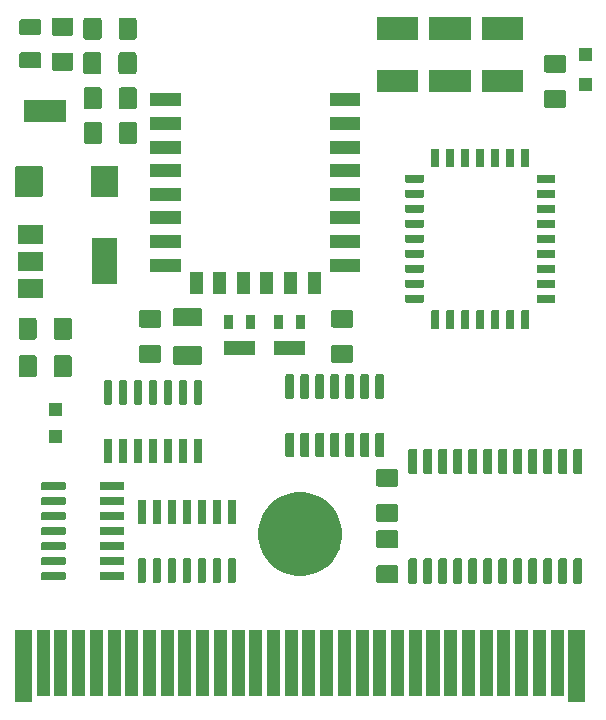
<source format=gbr>
G04 #@! TF.GenerationSoftware,KiCad,Pcbnew,5.1.5+dfsg1-2build2*
G04 #@! TF.CreationDate,2022-01-08T21:25:08+01:00*
G04 #@! TF.ProjectId,wifi-gb-cart,77696669-2d67-4622-9d63-6172742e6b69,rev?*
G04 #@! TF.SameCoordinates,Original*
G04 #@! TF.FileFunction,Soldermask,Top*
G04 #@! TF.FilePolarity,Negative*
%FSLAX46Y46*%
G04 Gerber Fmt 4.6, Leading zero omitted, Abs format (unit mm)*
G04 Created by KiCad (PCBNEW 5.1.5+dfsg1-2build2) date 2022-01-08 21:25:08*
%MOMM*%
%LPD*%
G04 APERTURE LIST*
%ADD10C,0.100000*%
G04 APERTURE END LIST*
D10*
G36*
X177136000Y-140846000D02*
G01*
X175734000Y-140846000D01*
X175734000Y-134744000D01*
X177136000Y-134744000D01*
X177136000Y-140846000D01*
G37*
G36*
X130336000Y-140846000D02*
G01*
X128934000Y-140846000D01*
X128934000Y-134744000D01*
X130336000Y-134744000D01*
X130336000Y-140846000D01*
G37*
G36*
X134836000Y-140346000D02*
G01*
X133734000Y-140346000D01*
X133734000Y-134744000D01*
X134836000Y-134744000D01*
X134836000Y-140346000D01*
G37*
G36*
X157336000Y-140346000D02*
G01*
X156234000Y-140346000D01*
X156234000Y-134744000D01*
X157336000Y-134744000D01*
X157336000Y-140346000D01*
G37*
G36*
X137836000Y-140346000D02*
G01*
X136734000Y-140346000D01*
X136734000Y-134744000D01*
X137836000Y-134744000D01*
X137836000Y-140346000D01*
G37*
G36*
X136336000Y-140346000D02*
G01*
X135234000Y-140346000D01*
X135234000Y-134744000D01*
X136336000Y-134744000D01*
X136336000Y-140346000D01*
G37*
G36*
X133336000Y-140346000D02*
G01*
X132234000Y-140346000D01*
X132234000Y-134744000D01*
X133336000Y-134744000D01*
X133336000Y-140346000D01*
G37*
G36*
X140836000Y-140346000D02*
G01*
X139734000Y-140346000D01*
X139734000Y-134744000D01*
X140836000Y-134744000D01*
X140836000Y-140346000D01*
G37*
G36*
X131836000Y-140346000D02*
G01*
X130734000Y-140346000D01*
X130734000Y-134744000D01*
X131836000Y-134744000D01*
X131836000Y-140346000D01*
G37*
G36*
X145336000Y-140346000D02*
G01*
X144234000Y-140346000D01*
X144234000Y-134744000D01*
X145336000Y-134744000D01*
X145336000Y-140346000D01*
G37*
G36*
X146836000Y-140346000D02*
G01*
X145734000Y-140346000D01*
X145734000Y-134744000D01*
X146836000Y-134744000D01*
X146836000Y-140346000D01*
G37*
G36*
X148336000Y-140346000D02*
G01*
X147234000Y-140346000D01*
X147234000Y-134744000D01*
X148336000Y-134744000D01*
X148336000Y-140346000D01*
G37*
G36*
X149836000Y-140346000D02*
G01*
X148734000Y-140346000D01*
X148734000Y-134744000D01*
X149836000Y-134744000D01*
X149836000Y-140346000D01*
G37*
G36*
X151336000Y-140346000D02*
G01*
X150234000Y-140346000D01*
X150234000Y-134744000D01*
X151336000Y-134744000D01*
X151336000Y-140346000D01*
G37*
G36*
X152836000Y-140346000D02*
G01*
X151734000Y-140346000D01*
X151734000Y-134744000D01*
X152836000Y-134744000D01*
X152836000Y-140346000D01*
G37*
G36*
X154336000Y-140346000D02*
G01*
X153234000Y-140346000D01*
X153234000Y-134744000D01*
X154336000Y-134744000D01*
X154336000Y-140346000D01*
G37*
G36*
X155836000Y-140346000D02*
G01*
X154734000Y-140346000D01*
X154734000Y-134744000D01*
X155836000Y-134744000D01*
X155836000Y-140346000D01*
G37*
G36*
X158836000Y-140346000D02*
G01*
X157734000Y-140346000D01*
X157734000Y-134744000D01*
X158836000Y-134744000D01*
X158836000Y-140346000D01*
G37*
G36*
X143836000Y-140346000D02*
G01*
X142734000Y-140346000D01*
X142734000Y-134744000D01*
X143836000Y-134744000D01*
X143836000Y-140346000D01*
G37*
G36*
X175336000Y-140346000D02*
G01*
X174234000Y-140346000D01*
X174234000Y-134744000D01*
X175336000Y-134744000D01*
X175336000Y-140346000D01*
G37*
G36*
X173836000Y-140346000D02*
G01*
X172734000Y-140346000D01*
X172734000Y-134744000D01*
X173836000Y-134744000D01*
X173836000Y-140346000D01*
G37*
G36*
X172336000Y-140346000D02*
G01*
X171234000Y-140346000D01*
X171234000Y-134744000D01*
X172336000Y-134744000D01*
X172336000Y-140346000D01*
G37*
G36*
X170836000Y-140346000D02*
G01*
X169734000Y-140346000D01*
X169734000Y-134744000D01*
X170836000Y-134744000D01*
X170836000Y-140346000D01*
G37*
G36*
X142336000Y-140346000D02*
G01*
X141234000Y-140346000D01*
X141234000Y-134744000D01*
X142336000Y-134744000D01*
X142336000Y-140346000D01*
G37*
G36*
X169336000Y-140346000D02*
G01*
X168234000Y-140346000D01*
X168234000Y-134744000D01*
X169336000Y-134744000D01*
X169336000Y-140346000D01*
G37*
G36*
X166336000Y-140346000D02*
G01*
X165234000Y-140346000D01*
X165234000Y-134744000D01*
X166336000Y-134744000D01*
X166336000Y-140346000D01*
G37*
G36*
X139336000Y-140346000D02*
G01*
X138234000Y-140346000D01*
X138234000Y-134744000D01*
X139336000Y-134744000D01*
X139336000Y-140346000D01*
G37*
G36*
X160336000Y-140346000D02*
G01*
X159234000Y-140346000D01*
X159234000Y-134744000D01*
X160336000Y-134744000D01*
X160336000Y-140346000D01*
G37*
G36*
X161836000Y-140346000D02*
G01*
X160734000Y-140346000D01*
X160734000Y-134744000D01*
X161836000Y-134744000D01*
X161836000Y-140346000D01*
G37*
G36*
X163336000Y-140346000D02*
G01*
X162234000Y-140346000D01*
X162234000Y-134744000D01*
X163336000Y-134744000D01*
X163336000Y-140346000D01*
G37*
G36*
X167836000Y-140346000D02*
G01*
X166734000Y-140346000D01*
X166734000Y-134744000D01*
X167836000Y-134744000D01*
X167836000Y-140346000D01*
G37*
G36*
X164836000Y-140346000D02*
G01*
X163734000Y-140346000D01*
X163734000Y-134744000D01*
X164836000Y-134744000D01*
X164836000Y-140346000D01*
G37*
G36*
X172979928Y-128671764D02*
G01*
X173001009Y-128678160D01*
X173020445Y-128688548D01*
X173037476Y-128702524D01*
X173051452Y-128719555D01*
X173061840Y-128738991D01*
X173068236Y-128760072D01*
X173071000Y-128788140D01*
X173071000Y-130701860D01*
X173068236Y-130729928D01*
X173061840Y-130751009D01*
X173051452Y-130770445D01*
X173037476Y-130787476D01*
X173020445Y-130801452D01*
X173001009Y-130811840D01*
X172979928Y-130818236D01*
X172951860Y-130821000D01*
X172488140Y-130821000D01*
X172460072Y-130818236D01*
X172438991Y-130811840D01*
X172419555Y-130801452D01*
X172402524Y-130787476D01*
X172388548Y-130770445D01*
X172378160Y-130751009D01*
X172371764Y-130729928D01*
X172369000Y-130701860D01*
X172369000Y-128788140D01*
X172371764Y-128760072D01*
X172378160Y-128738991D01*
X172388548Y-128719555D01*
X172402524Y-128702524D01*
X172419555Y-128688548D01*
X172438991Y-128678160D01*
X172460072Y-128671764D01*
X172488140Y-128669000D01*
X172951860Y-128669000D01*
X172979928Y-128671764D01*
G37*
G36*
X164089928Y-128671764D02*
G01*
X164111009Y-128678160D01*
X164130445Y-128688548D01*
X164147476Y-128702524D01*
X164161452Y-128719555D01*
X164171840Y-128738991D01*
X164178236Y-128760072D01*
X164181000Y-128788140D01*
X164181000Y-130701860D01*
X164178236Y-130729928D01*
X164171840Y-130751009D01*
X164161452Y-130770445D01*
X164147476Y-130787476D01*
X164130445Y-130801452D01*
X164111009Y-130811840D01*
X164089928Y-130818236D01*
X164061860Y-130821000D01*
X163598140Y-130821000D01*
X163570072Y-130818236D01*
X163548991Y-130811840D01*
X163529555Y-130801452D01*
X163512524Y-130787476D01*
X163498548Y-130770445D01*
X163488160Y-130751009D01*
X163481764Y-130729928D01*
X163479000Y-130701860D01*
X163479000Y-128788140D01*
X163481764Y-128760072D01*
X163488160Y-128738991D01*
X163498548Y-128719555D01*
X163512524Y-128702524D01*
X163529555Y-128688548D01*
X163548991Y-128678160D01*
X163570072Y-128671764D01*
X163598140Y-128669000D01*
X164061860Y-128669000D01*
X164089928Y-128671764D01*
G37*
G36*
X165359928Y-128671764D02*
G01*
X165381009Y-128678160D01*
X165400445Y-128688548D01*
X165417476Y-128702524D01*
X165431452Y-128719555D01*
X165441840Y-128738991D01*
X165448236Y-128760072D01*
X165451000Y-128788140D01*
X165451000Y-130701860D01*
X165448236Y-130729928D01*
X165441840Y-130751009D01*
X165431452Y-130770445D01*
X165417476Y-130787476D01*
X165400445Y-130801452D01*
X165381009Y-130811840D01*
X165359928Y-130818236D01*
X165331860Y-130821000D01*
X164868140Y-130821000D01*
X164840072Y-130818236D01*
X164818991Y-130811840D01*
X164799555Y-130801452D01*
X164782524Y-130787476D01*
X164768548Y-130770445D01*
X164758160Y-130751009D01*
X164751764Y-130729928D01*
X164749000Y-130701860D01*
X164749000Y-128788140D01*
X164751764Y-128760072D01*
X164758160Y-128738991D01*
X164768548Y-128719555D01*
X164782524Y-128702524D01*
X164799555Y-128688548D01*
X164818991Y-128678160D01*
X164840072Y-128671764D01*
X164868140Y-128669000D01*
X165331860Y-128669000D01*
X165359928Y-128671764D01*
G37*
G36*
X166629928Y-128671764D02*
G01*
X166651009Y-128678160D01*
X166670445Y-128688548D01*
X166687476Y-128702524D01*
X166701452Y-128719555D01*
X166711840Y-128738991D01*
X166718236Y-128760072D01*
X166721000Y-128788140D01*
X166721000Y-130701860D01*
X166718236Y-130729928D01*
X166711840Y-130751009D01*
X166701452Y-130770445D01*
X166687476Y-130787476D01*
X166670445Y-130801452D01*
X166651009Y-130811840D01*
X166629928Y-130818236D01*
X166601860Y-130821000D01*
X166138140Y-130821000D01*
X166110072Y-130818236D01*
X166088991Y-130811840D01*
X166069555Y-130801452D01*
X166052524Y-130787476D01*
X166038548Y-130770445D01*
X166028160Y-130751009D01*
X166021764Y-130729928D01*
X166019000Y-130701860D01*
X166019000Y-128788140D01*
X166021764Y-128760072D01*
X166028160Y-128738991D01*
X166038548Y-128719555D01*
X166052524Y-128702524D01*
X166069555Y-128688548D01*
X166088991Y-128678160D01*
X166110072Y-128671764D01*
X166138140Y-128669000D01*
X166601860Y-128669000D01*
X166629928Y-128671764D01*
G37*
G36*
X167899928Y-128671764D02*
G01*
X167921009Y-128678160D01*
X167940445Y-128688548D01*
X167957476Y-128702524D01*
X167971452Y-128719555D01*
X167981840Y-128738991D01*
X167988236Y-128760072D01*
X167991000Y-128788140D01*
X167991000Y-130701860D01*
X167988236Y-130729928D01*
X167981840Y-130751009D01*
X167971452Y-130770445D01*
X167957476Y-130787476D01*
X167940445Y-130801452D01*
X167921009Y-130811840D01*
X167899928Y-130818236D01*
X167871860Y-130821000D01*
X167408140Y-130821000D01*
X167380072Y-130818236D01*
X167358991Y-130811840D01*
X167339555Y-130801452D01*
X167322524Y-130787476D01*
X167308548Y-130770445D01*
X167298160Y-130751009D01*
X167291764Y-130729928D01*
X167289000Y-130701860D01*
X167289000Y-128788140D01*
X167291764Y-128760072D01*
X167298160Y-128738991D01*
X167308548Y-128719555D01*
X167322524Y-128702524D01*
X167339555Y-128688548D01*
X167358991Y-128678160D01*
X167380072Y-128671764D01*
X167408140Y-128669000D01*
X167871860Y-128669000D01*
X167899928Y-128671764D01*
G37*
G36*
X169169928Y-128671764D02*
G01*
X169191009Y-128678160D01*
X169210445Y-128688548D01*
X169227476Y-128702524D01*
X169241452Y-128719555D01*
X169251840Y-128738991D01*
X169258236Y-128760072D01*
X169261000Y-128788140D01*
X169261000Y-130701860D01*
X169258236Y-130729928D01*
X169251840Y-130751009D01*
X169241452Y-130770445D01*
X169227476Y-130787476D01*
X169210445Y-130801452D01*
X169191009Y-130811840D01*
X169169928Y-130818236D01*
X169141860Y-130821000D01*
X168678140Y-130821000D01*
X168650072Y-130818236D01*
X168628991Y-130811840D01*
X168609555Y-130801452D01*
X168592524Y-130787476D01*
X168578548Y-130770445D01*
X168568160Y-130751009D01*
X168561764Y-130729928D01*
X168559000Y-130701860D01*
X168559000Y-128788140D01*
X168561764Y-128760072D01*
X168568160Y-128738991D01*
X168578548Y-128719555D01*
X168592524Y-128702524D01*
X168609555Y-128688548D01*
X168628991Y-128678160D01*
X168650072Y-128671764D01*
X168678140Y-128669000D01*
X169141860Y-128669000D01*
X169169928Y-128671764D01*
G37*
G36*
X171709928Y-128671764D02*
G01*
X171731009Y-128678160D01*
X171750445Y-128688548D01*
X171767476Y-128702524D01*
X171781452Y-128719555D01*
X171791840Y-128738991D01*
X171798236Y-128760072D01*
X171801000Y-128788140D01*
X171801000Y-130701860D01*
X171798236Y-130729928D01*
X171791840Y-130751009D01*
X171781452Y-130770445D01*
X171767476Y-130787476D01*
X171750445Y-130801452D01*
X171731009Y-130811840D01*
X171709928Y-130818236D01*
X171681860Y-130821000D01*
X171218140Y-130821000D01*
X171190072Y-130818236D01*
X171168991Y-130811840D01*
X171149555Y-130801452D01*
X171132524Y-130787476D01*
X171118548Y-130770445D01*
X171108160Y-130751009D01*
X171101764Y-130729928D01*
X171099000Y-130701860D01*
X171099000Y-128788140D01*
X171101764Y-128760072D01*
X171108160Y-128738991D01*
X171118548Y-128719555D01*
X171132524Y-128702524D01*
X171149555Y-128688548D01*
X171168991Y-128678160D01*
X171190072Y-128671764D01*
X171218140Y-128669000D01*
X171681860Y-128669000D01*
X171709928Y-128671764D01*
G37*
G36*
X174249928Y-128671764D02*
G01*
X174271009Y-128678160D01*
X174290445Y-128688548D01*
X174307476Y-128702524D01*
X174321452Y-128719555D01*
X174331840Y-128738991D01*
X174338236Y-128760072D01*
X174341000Y-128788140D01*
X174341000Y-130701860D01*
X174338236Y-130729928D01*
X174331840Y-130751009D01*
X174321452Y-130770445D01*
X174307476Y-130787476D01*
X174290445Y-130801452D01*
X174271009Y-130811840D01*
X174249928Y-130818236D01*
X174221860Y-130821000D01*
X173758140Y-130821000D01*
X173730072Y-130818236D01*
X173708991Y-130811840D01*
X173689555Y-130801452D01*
X173672524Y-130787476D01*
X173658548Y-130770445D01*
X173648160Y-130751009D01*
X173641764Y-130729928D01*
X173639000Y-130701860D01*
X173639000Y-128788140D01*
X173641764Y-128760072D01*
X173648160Y-128738991D01*
X173658548Y-128719555D01*
X173672524Y-128702524D01*
X173689555Y-128688548D01*
X173708991Y-128678160D01*
X173730072Y-128671764D01*
X173758140Y-128669000D01*
X174221860Y-128669000D01*
X174249928Y-128671764D01*
G37*
G36*
X175519928Y-128671764D02*
G01*
X175541009Y-128678160D01*
X175560445Y-128688548D01*
X175577476Y-128702524D01*
X175591452Y-128719555D01*
X175601840Y-128738991D01*
X175608236Y-128760072D01*
X175611000Y-128788140D01*
X175611000Y-130701860D01*
X175608236Y-130729928D01*
X175601840Y-130751009D01*
X175591452Y-130770445D01*
X175577476Y-130787476D01*
X175560445Y-130801452D01*
X175541009Y-130811840D01*
X175519928Y-130818236D01*
X175491860Y-130821000D01*
X175028140Y-130821000D01*
X175000072Y-130818236D01*
X174978991Y-130811840D01*
X174959555Y-130801452D01*
X174942524Y-130787476D01*
X174928548Y-130770445D01*
X174918160Y-130751009D01*
X174911764Y-130729928D01*
X174909000Y-130701860D01*
X174909000Y-128788140D01*
X174911764Y-128760072D01*
X174918160Y-128738991D01*
X174928548Y-128719555D01*
X174942524Y-128702524D01*
X174959555Y-128688548D01*
X174978991Y-128678160D01*
X175000072Y-128671764D01*
X175028140Y-128669000D01*
X175491860Y-128669000D01*
X175519928Y-128671764D01*
G37*
G36*
X176789928Y-128671764D02*
G01*
X176811009Y-128678160D01*
X176830445Y-128688548D01*
X176847476Y-128702524D01*
X176861452Y-128719555D01*
X176871840Y-128738991D01*
X176878236Y-128760072D01*
X176881000Y-128788140D01*
X176881000Y-130701860D01*
X176878236Y-130729928D01*
X176871840Y-130751009D01*
X176861452Y-130770445D01*
X176847476Y-130787476D01*
X176830445Y-130801452D01*
X176811009Y-130811840D01*
X176789928Y-130818236D01*
X176761860Y-130821000D01*
X176298140Y-130821000D01*
X176270072Y-130818236D01*
X176248991Y-130811840D01*
X176229555Y-130801452D01*
X176212524Y-130787476D01*
X176198548Y-130770445D01*
X176188160Y-130751009D01*
X176181764Y-130729928D01*
X176179000Y-130701860D01*
X176179000Y-128788140D01*
X176181764Y-128760072D01*
X176188160Y-128738991D01*
X176198548Y-128719555D01*
X176212524Y-128702524D01*
X176229555Y-128688548D01*
X176248991Y-128678160D01*
X176270072Y-128671764D01*
X176298140Y-128669000D01*
X176761860Y-128669000D01*
X176789928Y-128671764D01*
G37*
G36*
X162819928Y-128671764D02*
G01*
X162841009Y-128678160D01*
X162860445Y-128688548D01*
X162877476Y-128702524D01*
X162891452Y-128719555D01*
X162901840Y-128738991D01*
X162908236Y-128760072D01*
X162911000Y-128788140D01*
X162911000Y-130701860D01*
X162908236Y-130729928D01*
X162901840Y-130751009D01*
X162891452Y-130770445D01*
X162877476Y-130787476D01*
X162860445Y-130801452D01*
X162841009Y-130811840D01*
X162819928Y-130818236D01*
X162791860Y-130821000D01*
X162328140Y-130821000D01*
X162300072Y-130818236D01*
X162278991Y-130811840D01*
X162259555Y-130801452D01*
X162242524Y-130787476D01*
X162228548Y-130770445D01*
X162218160Y-130751009D01*
X162211764Y-130729928D01*
X162209000Y-130701860D01*
X162209000Y-128788140D01*
X162211764Y-128760072D01*
X162218160Y-128738991D01*
X162228548Y-128719555D01*
X162242524Y-128702524D01*
X162259555Y-128688548D01*
X162278991Y-128678160D01*
X162300072Y-128671764D01*
X162328140Y-128669000D01*
X162791860Y-128669000D01*
X162819928Y-128671764D01*
G37*
G36*
X170439928Y-128671764D02*
G01*
X170461009Y-128678160D01*
X170480445Y-128688548D01*
X170497476Y-128702524D01*
X170511452Y-128719555D01*
X170521840Y-128738991D01*
X170528236Y-128760072D01*
X170531000Y-128788140D01*
X170531000Y-130701860D01*
X170528236Y-130729928D01*
X170521840Y-130751009D01*
X170511452Y-130770445D01*
X170497476Y-130787476D01*
X170480445Y-130801452D01*
X170461009Y-130811840D01*
X170439928Y-130818236D01*
X170411860Y-130821000D01*
X169948140Y-130821000D01*
X169920072Y-130818236D01*
X169898991Y-130811840D01*
X169879555Y-130801452D01*
X169862524Y-130787476D01*
X169848548Y-130770445D01*
X169838160Y-130751009D01*
X169831764Y-130729928D01*
X169829000Y-130701860D01*
X169829000Y-128788140D01*
X169831764Y-128760072D01*
X169838160Y-128738991D01*
X169848548Y-128719555D01*
X169862524Y-128702524D01*
X169879555Y-128688548D01*
X169898991Y-128678160D01*
X169920072Y-128671764D01*
X169948140Y-128669000D01*
X170411860Y-128669000D01*
X170439928Y-128671764D01*
G37*
G36*
X161176562Y-129252181D02*
G01*
X161211481Y-129262774D01*
X161243663Y-129279976D01*
X161271873Y-129303127D01*
X161295024Y-129331337D01*
X161312226Y-129363519D01*
X161322819Y-129398438D01*
X161327000Y-129440895D01*
X161327000Y-130582105D01*
X161322819Y-130624562D01*
X161312226Y-130659481D01*
X161295024Y-130691663D01*
X161271873Y-130719873D01*
X161243663Y-130743024D01*
X161211481Y-130760226D01*
X161176562Y-130770819D01*
X161134105Y-130775000D01*
X159667895Y-130775000D01*
X159625438Y-130770819D01*
X159590519Y-130760226D01*
X159558337Y-130743024D01*
X159530127Y-130719873D01*
X159506976Y-130691663D01*
X159489774Y-130659481D01*
X159479181Y-130624562D01*
X159475000Y-130582105D01*
X159475000Y-129440895D01*
X159479181Y-129398438D01*
X159489774Y-129363519D01*
X159506976Y-129331337D01*
X159530127Y-129303127D01*
X159558337Y-129279976D01*
X159590519Y-129262774D01*
X159625438Y-129252181D01*
X159667895Y-129248000D01*
X161134105Y-129248000D01*
X161176562Y-129252181D01*
G37*
G36*
X142436428Y-128667664D02*
G01*
X142457509Y-128674060D01*
X142476945Y-128684448D01*
X142493976Y-128698424D01*
X142507952Y-128715455D01*
X142518340Y-128734891D01*
X142524736Y-128755972D01*
X142527500Y-128784040D01*
X142527500Y-130597760D01*
X142524736Y-130625828D01*
X142518340Y-130646909D01*
X142507952Y-130666345D01*
X142493976Y-130683376D01*
X142476945Y-130697352D01*
X142457509Y-130707740D01*
X142436428Y-130714136D01*
X142408360Y-130716900D01*
X141944640Y-130716900D01*
X141916572Y-130714136D01*
X141895491Y-130707740D01*
X141876055Y-130697352D01*
X141859024Y-130683376D01*
X141845048Y-130666345D01*
X141834660Y-130646909D01*
X141828264Y-130625828D01*
X141825500Y-130597760D01*
X141825500Y-128784040D01*
X141828264Y-128755972D01*
X141834660Y-128734891D01*
X141845048Y-128715455D01*
X141859024Y-128698424D01*
X141876055Y-128684448D01*
X141895491Y-128674060D01*
X141916572Y-128667664D01*
X141944640Y-128664900D01*
X142408360Y-128664900D01*
X142436428Y-128667664D01*
G37*
G36*
X139896428Y-128667664D02*
G01*
X139917509Y-128674060D01*
X139936945Y-128684448D01*
X139953976Y-128698424D01*
X139967952Y-128715455D01*
X139978340Y-128734891D01*
X139984736Y-128755972D01*
X139987500Y-128784040D01*
X139987500Y-130597760D01*
X139984736Y-130625828D01*
X139978340Y-130646909D01*
X139967952Y-130666345D01*
X139953976Y-130683376D01*
X139936945Y-130697352D01*
X139917509Y-130707740D01*
X139896428Y-130714136D01*
X139868360Y-130716900D01*
X139404640Y-130716900D01*
X139376572Y-130714136D01*
X139355491Y-130707740D01*
X139336055Y-130697352D01*
X139319024Y-130683376D01*
X139305048Y-130666345D01*
X139294660Y-130646909D01*
X139288264Y-130625828D01*
X139285500Y-130597760D01*
X139285500Y-128784040D01*
X139288264Y-128755972D01*
X139294660Y-128734891D01*
X139305048Y-128715455D01*
X139319024Y-128698424D01*
X139336055Y-128684448D01*
X139355491Y-128674060D01*
X139376572Y-128667664D01*
X139404640Y-128664900D01*
X139868360Y-128664900D01*
X139896428Y-128667664D01*
G37*
G36*
X141166428Y-128667664D02*
G01*
X141187509Y-128674060D01*
X141206945Y-128684448D01*
X141223976Y-128698424D01*
X141237952Y-128715455D01*
X141248340Y-128734891D01*
X141254736Y-128755972D01*
X141257500Y-128784040D01*
X141257500Y-130597760D01*
X141254736Y-130625828D01*
X141248340Y-130646909D01*
X141237952Y-130666345D01*
X141223976Y-130683376D01*
X141206945Y-130697352D01*
X141187509Y-130707740D01*
X141166428Y-130714136D01*
X141138360Y-130716900D01*
X140674640Y-130716900D01*
X140646572Y-130714136D01*
X140625491Y-130707740D01*
X140606055Y-130697352D01*
X140589024Y-130683376D01*
X140575048Y-130666345D01*
X140564660Y-130646909D01*
X140558264Y-130625828D01*
X140555500Y-130597760D01*
X140555500Y-128784040D01*
X140558264Y-128755972D01*
X140564660Y-128734891D01*
X140575048Y-128715455D01*
X140589024Y-128698424D01*
X140606055Y-128684448D01*
X140625491Y-128674060D01*
X140646572Y-128667664D01*
X140674640Y-128664900D01*
X141138360Y-128664900D01*
X141166428Y-128667664D01*
G37*
G36*
X147516428Y-128667664D02*
G01*
X147537509Y-128674060D01*
X147556945Y-128684448D01*
X147573976Y-128698424D01*
X147587952Y-128715455D01*
X147598340Y-128734891D01*
X147604736Y-128755972D01*
X147607500Y-128784040D01*
X147607500Y-130597760D01*
X147604736Y-130625828D01*
X147598340Y-130646909D01*
X147587952Y-130666345D01*
X147573976Y-130683376D01*
X147556945Y-130697352D01*
X147537509Y-130707740D01*
X147516428Y-130714136D01*
X147488360Y-130716900D01*
X147024640Y-130716900D01*
X146996572Y-130714136D01*
X146975491Y-130707740D01*
X146956055Y-130697352D01*
X146939024Y-130683376D01*
X146925048Y-130666345D01*
X146914660Y-130646909D01*
X146908264Y-130625828D01*
X146905500Y-130597760D01*
X146905500Y-128784040D01*
X146908264Y-128755972D01*
X146914660Y-128734891D01*
X146925048Y-128715455D01*
X146939024Y-128698424D01*
X146956055Y-128684448D01*
X146975491Y-128674060D01*
X146996572Y-128667664D01*
X147024640Y-128664900D01*
X147488360Y-128664900D01*
X147516428Y-128667664D01*
G37*
G36*
X146246428Y-128667664D02*
G01*
X146267509Y-128674060D01*
X146286945Y-128684448D01*
X146303976Y-128698424D01*
X146317952Y-128715455D01*
X146328340Y-128734891D01*
X146334736Y-128755972D01*
X146337500Y-128784040D01*
X146337500Y-130597760D01*
X146334736Y-130625828D01*
X146328340Y-130646909D01*
X146317952Y-130666345D01*
X146303976Y-130683376D01*
X146286945Y-130697352D01*
X146267509Y-130707740D01*
X146246428Y-130714136D01*
X146218360Y-130716900D01*
X145754640Y-130716900D01*
X145726572Y-130714136D01*
X145705491Y-130707740D01*
X145686055Y-130697352D01*
X145669024Y-130683376D01*
X145655048Y-130666345D01*
X145644660Y-130646909D01*
X145638264Y-130625828D01*
X145635500Y-130597760D01*
X145635500Y-128784040D01*
X145638264Y-128755972D01*
X145644660Y-128734891D01*
X145655048Y-128715455D01*
X145669024Y-128698424D01*
X145686055Y-128684448D01*
X145705491Y-128674060D01*
X145726572Y-128667664D01*
X145754640Y-128664900D01*
X146218360Y-128664900D01*
X146246428Y-128667664D01*
G37*
G36*
X143706428Y-128667664D02*
G01*
X143727509Y-128674060D01*
X143746945Y-128684448D01*
X143763976Y-128698424D01*
X143777952Y-128715455D01*
X143788340Y-128734891D01*
X143794736Y-128755972D01*
X143797500Y-128784040D01*
X143797500Y-130597760D01*
X143794736Y-130625828D01*
X143788340Y-130646909D01*
X143777952Y-130666345D01*
X143763976Y-130683376D01*
X143746945Y-130697352D01*
X143727509Y-130707740D01*
X143706428Y-130714136D01*
X143678360Y-130716900D01*
X143214640Y-130716900D01*
X143186572Y-130714136D01*
X143165491Y-130707740D01*
X143146055Y-130697352D01*
X143129024Y-130683376D01*
X143115048Y-130666345D01*
X143104660Y-130646909D01*
X143098264Y-130625828D01*
X143095500Y-130597760D01*
X143095500Y-128784040D01*
X143098264Y-128755972D01*
X143104660Y-128734891D01*
X143115048Y-128715455D01*
X143129024Y-128698424D01*
X143146055Y-128684448D01*
X143165491Y-128674060D01*
X143186572Y-128667664D01*
X143214640Y-128664900D01*
X143678360Y-128664900D01*
X143706428Y-128667664D01*
G37*
G36*
X144976428Y-128667664D02*
G01*
X144997509Y-128674060D01*
X145016945Y-128684448D01*
X145033976Y-128698424D01*
X145047952Y-128715455D01*
X145058340Y-128734891D01*
X145064736Y-128755972D01*
X145067500Y-128784040D01*
X145067500Y-130597760D01*
X145064736Y-130625828D01*
X145058340Y-130646909D01*
X145047952Y-130666345D01*
X145033976Y-130683376D01*
X145016945Y-130697352D01*
X144997509Y-130707740D01*
X144976428Y-130714136D01*
X144948360Y-130716900D01*
X144484640Y-130716900D01*
X144456572Y-130714136D01*
X144435491Y-130707740D01*
X144416055Y-130697352D01*
X144399024Y-130683376D01*
X144385048Y-130666345D01*
X144374660Y-130646909D01*
X144368264Y-130625828D01*
X144365500Y-130597760D01*
X144365500Y-128784040D01*
X144368264Y-128755972D01*
X144374660Y-128734891D01*
X144385048Y-128715455D01*
X144399024Y-128698424D01*
X144416055Y-128684448D01*
X144435491Y-128674060D01*
X144456572Y-128667664D01*
X144484640Y-128664900D01*
X144948360Y-128664900D01*
X144976428Y-128667664D01*
G37*
G36*
X133079928Y-129826764D02*
G01*
X133101009Y-129833160D01*
X133120445Y-129843548D01*
X133137476Y-129857524D01*
X133151452Y-129874555D01*
X133161840Y-129893991D01*
X133168236Y-129915072D01*
X133171000Y-129943140D01*
X133171000Y-130406860D01*
X133168236Y-130434928D01*
X133161840Y-130456009D01*
X133151452Y-130475445D01*
X133137476Y-130492476D01*
X133120445Y-130506452D01*
X133101009Y-130516840D01*
X133079928Y-130523236D01*
X133051860Y-130526000D01*
X131238140Y-130526000D01*
X131210072Y-130523236D01*
X131188991Y-130516840D01*
X131169555Y-130506452D01*
X131152524Y-130492476D01*
X131138548Y-130475445D01*
X131128160Y-130456009D01*
X131121764Y-130434928D01*
X131119000Y-130406860D01*
X131119000Y-129943140D01*
X131121764Y-129915072D01*
X131128160Y-129893991D01*
X131138548Y-129874555D01*
X131152524Y-129857524D01*
X131169555Y-129843548D01*
X131188991Y-129833160D01*
X131210072Y-129826764D01*
X131238140Y-129824000D01*
X133051860Y-129824000D01*
X133079928Y-129826764D01*
G37*
G36*
X138029928Y-129826764D02*
G01*
X138051009Y-129833160D01*
X138070445Y-129843548D01*
X138087476Y-129857524D01*
X138101452Y-129874555D01*
X138111840Y-129893991D01*
X138118236Y-129915072D01*
X138121000Y-129943140D01*
X138121000Y-130406860D01*
X138118236Y-130434928D01*
X138111840Y-130456009D01*
X138101452Y-130475445D01*
X138087476Y-130492476D01*
X138070445Y-130506452D01*
X138051009Y-130516840D01*
X138029928Y-130523236D01*
X138001860Y-130526000D01*
X136188140Y-130526000D01*
X136160072Y-130523236D01*
X136138991Y-130516840D01*
X136119555Y-130506452D01*
X136102524Y-130492476D01*
X136088548Y-130475445D01*
X136078160Y-130456009D01*
X136071764Y-130434928D01*
X136069000Y-130406860D01*
X136069000Y-129943140D01*
X136071764Y-129915072D01*
X136078160Y-129893991D01*
X136088548Y-129874555D01*
X136102524Y-129857524D01*
X136119555Y-129843548D01*
X136138991Y-129833160D01*
X136160072Y-129826764D01*
X136188140Y-129824000D01*
X138001860Y-129824000D01*
X138029928Y-129826764D01*
G37*
G36*
X154070787Y-123190462D02*
G01*
X154070790Y-123190463D01*
X154070789Y-123190463D01*
X154717029Y-123458144D01*
X155298631Y-123846758D01*
X155793242Y-124341369D01*
X156181856Y-124922971D01*
X156181856Y-124922972D01*
X156449538Y-125569213D01*
X156586000Y-126255256D01*
X156586000Y-126954744D01*
X156449538Y-127640787D01*
X156371135Y-127830068D01*
X156181856Y-128287029D01*
X155793242Y-128868631D01*
X155298631Y-129363242D01*
X154717029Y-129751856D01*
X154373884Y-129893991D01*
X154070787Y-130019538D01*
X153384744Y-130156000D01*
X152685256Y-130156000D01*
X151999213Y-130019538D01*
X151696116Y-129893991D01*
X151352971Y-129751856D01*
X150771369Y-129363242D01*
X150276758Y-128868631D01*
X149888144Y-128287029D01*
X149698865Y-127830068D01*
X149620462Y-127640787D01*
X149484000Y-126954744D01*
X149484000Y-126255256D01*
X149620462Y-125569213D01*
X149888144Y-124922972D01*
X149888144Y-124922971D01*
X150276758Y-124341369D01*
X150771369Y-123846758D01*
X151352971Y-123458144D01*
X151999211Y-123190463D01*
X151999210Y-123190463D01*
X151999213Y-123190462D01*
X152685256Y-123054000D01*
X153384744Y-123054000D01*
X154070787Y-123190462D01*
G37*
G36*
X138029928Y-128556764D02*
G01*
X138051009Y-128563160D01*
X138070445Y-128573548D01*
X138087476Y-128587524D01*
X138101452Y-128604555D01*
X138111840Y-128623991D01*
X138118236Y-128645072D01*
X138121000Y-128673140D01*
X138121000Y-129136860D01*
X138118236Y-129164928D01*
X138111840Y-129186009D01*
X138101452Y-129205445D01*
X138087476Y-129222476D01*
X138070445Y-129236452D01*
X138051009Y-129246840D01*
X138029928Y-129253236D01*
X138001860Y-129256000D01*
X136188140Y-129256000D01*
X136160072Y-129253236D01*
X136138991Y-129246840D01*
X136119555Y-129236452D01*
X136102524Y-129222476D01*
X136088548Y-129205445D01*
X136078160Y-129186009D01*
X136071764Y-129164928D01*
X136069000Y-129136860D01*
X136069000Y-128673140D01*
X136071764Y-128645072D01*
X136078160Y-128623991D01*
X136088548Y-128604555D01*
X136102524Y-128587524D01*
X136119555Y-128573548D01*
X136138991Y-128563160D01*
X136160072Y-128556764D01*
X136188140Y-128554000D01*
X138001860Y-128554000D01*
X138029928Y-128556764D01*
G37*
G36*
X133079928Y-128556764D02*
G01*
X133101009Y-128563160D01*
X133120445Y-128573548D01*
X133137476Y-128587524D01*
X133151452Y-128604555D01*
X133161840Y-128623991D01*
X133168236Y-128645072D01*
X133171000Y-128673140D01*
X133171000Y-129136860D01*
X133168236Y-129164928D01*
X133161840Y-129186009D01*
X133151452Y-129205445D01*
X133137476Y-129222476D01*
X133120445Y-129236452D01*
X133101009Y-129246840D01*
X133079928Y-129253236D01*
X133051860Y-129256000D01*
X131238140Y-129256000D01*
X131210072Y-129253236D01*
X131188991Y-129246840D01*
X131169555Y-129236452D01*
X131152524Y-129222476D01*
X131138548Y-129205445D01*
X131128160Y-129186009D01*
X131121764Y-129164928D01*
X131119000Y-129136860D01*
X131119000Y-128673140D01*
X131121764Y-128645072D01*
X131128160Y-128623991D01*
X131138548Y-128604555D01*
X131152524Y-128587524D01*
X131169555Y-128573548D01*
X131188991Y-128563160D01*
X131210072Y-128556764D01*
X131238140Y-128554000D01*
X133051860Y-128554000D01*
X133079928Y-128556764D01*
G37*
G36*
X133079928Y-127286764D02*
G01*
X133101009Y-127293160D01*
X133120445Y-127303548D01*
X133137476Y-127317524D01*
X133151452Y-127334555D01*
X133161840Y-127353991D01*
X133168236Y-127375072D01*
X133171000Y-127403140D01*
X133171000Y-127866860D01*
X133168236Y-127894928D01*
X133161840Y-127916009D01*
X133151452Y-127935445D01*
X133137476Y-127952476D01*
X133120445Y-127966452D01*
X133101009Y-127976840D01*
X133079928Y-127983236D01*
X133051860Y-127986000D01*
X131238140Y-127986000D01*
X131210072Y-127983236D01*
X131188991Y-127976840D01*
X131169555Y-127966452D01*
X131152524Y-127952476D01*
X131138548Y-127935445D01*
X131128160Y-127916009D01*
X131121764Y-127894928D01*
X131119000Y-127866860D01*
X131119000Y-127403140D01*
X131121764Y-127375072D01*
X131128160Y-127353991D01*
X131138548Y-127334555D01*
X131152524Y-127317524D01*
X131169555Y-127303548D01*
X131188991Y-127293160D01*
X131210072Y-127286764D01*
X131238140Y-127284000D01*
X133051860Y-127284000D01*
X133079928Y-127286764D01*
G37*
G36*
X138029928Y-127286764D02*
G01*
X138051009Y-127293160D01*
X138070445Y-127303548D01*
X138087476Y-127317524D01*
X138101452Y-127334555D01*
X138111840Y-127353991D01*
X138118236Y-127375072D01*
X138121000Y-127403140D01*
X138121000Y-127866860D01*
X138118236Y-127894928D01*
X138111840Y-127916009D01*
X138101452Y-127935445D01*
X138087476Y-127952476D01*
X138070445Y-127966452D01*
X138051009Y-127976840D01*
X138029928Y-127983236D01*
X138001860Y-127986000D01*
X136188140Y-127986000D01*
X136160072Y-127983236D01*
X136138991Y-127976840D01*
X136119555Y-127966452D01*
X136102524Y-127952476D01*
X136088548Y-127935445D01*
X136078160Y-127916009D01*
X136071764Y-127894928D01*
X136069000Y-127866860D01*
X136069000Y-127403140D01*
X136071764Y-127375072D01*
X136078160Y-127353991D01*
X136088548Y-127334555D01*
X136102524Y-127317524D01*
X136119555Y-127303548D01*
X136138991Y-127293160D01*
X136160072Y-127286764D01*
X136188140Y-127284000D01*
X138001860Y-127284000D01*
X138029928Y-127286764D01*
G37*
G36*
X161176562Y-126277181D02*
G01*
X161211481Y-126287774D01*
X161243663Y-126304976D01*
X161271873Y-126328127D01*
X161295024Y-126356337D01*
X161312226Y-126388519D01*
X161322819Y-126423438D01*
X161327000Y-126465895D01*
X161327000Y-127607105D01*
X161322819Y-127649562D01*
X161312226Y-127684481D01*
X161295024Y-127716663D01*
X161271873Y-127744873D01*
X161243663Y-127768024D01*
X161211481Y-127785226D01*
X161176562Y-127795819D01*
X161134105Y-127800000D01*
X159667895Y-127800000D01*
X159625438Y-127795819D01*
X159590519Y-127785226D01*
X159558337Y-127768024D01*
X159530127Y-127744873D01*
X159506976Y-127716663D01*
X159489774Y-127684481D01*
X159479181Y-127649562D01*
X159475000Y-127607105D01*
X159475000Y-126465895D01*
X159479181Y-126423438D01*
X159489774Y-126388519D01*
X159506976Y-126356337D01*
X159530127Y-126328127D01*
X159558337Y-126304976D01*
X159590519Y-126287774D01*
X159625438Y-126277181D01*
X159667895Y-126273000D01*
X161134105Y-126273000D01*
X161176562Y-126277181D01*
G37*
G36*
X138029928Y-126016764D02*
G01*
X138051009Y-126023160D01*
X138070445Y-126033548D01*
X138087476Y-126047524D01*
X138101452Y-126064555D01*
X138111840Y-126083991D01*
X138118236Y-126105072D01*
X138121000Y-126133140D01*
X138121000Y-126596860D01*
X138118236Y-126624928D01*
X138111840Y-126646009D01*
X138101452Y-126665445D01*
X138087476Y-126682476D01*
X138070445Y-126696452D01*
X138051009Y-126706840D01*
X138029928Y-126713236D01*
X138001860Y-126716000D01*
X136188140Y-126716000D01*
X136160072Y-126713236D01*
X136138991Y-126706840D01*
X136119555Y-126696452D01*
X136102524Y-126682476D01*
X136088548Y-126665445D01*
X136078160Y-126646009D01*
X136071764Y-126624928D01*
X136069000Y-126596860D01*
X136069000Y-126133140D01*
X136071764Y-126105072D01*
X136078160Y-126083991D01*
X136088548Y-126064555D01*
X136102524Y-126047524D01*
X136119555Y-126033548D01*
X136138991Y-126023160D01*
X136160072Y-126016764D01*
X136188140Y-126014000D01*
X138001860Y-126014000D01*
X138029928Y-126016764D01*
G37*
G36*
X133079928Y-126016764D02*
G01*
X133101009Y-126023160D01*
X133120445Y-126033548D01*
X133137476Y-126047524D01*
X133151452Y-126064555D01*
X133161840Y-126083991D01*
X133168236Y-126105072D01*
X133171000Y-126133140D01*
X133171000Y-126596860D01*
X133168236Y-126624928D01*
X133161840Y-126646009D01*
X133151452Y-126665445D01*
X133137476Y-126682476D01*
X133120445Y-126696452D01*
X133101009Y-126706840D01*
X133079928Y-126713236D01*
X133051860Y-126716000D01*
X131238140Y-126716000D01*
X131210072Y-126713236D01*
X131188991Y-126706840D01*
X131169555Y-126696452D01*
X131152524Y-126682476D01*
X131138548Y-126665445D01*
X131128160Y-126646009D01*
X131121764Y-126624928D01*
X131119000Y-126596860D01*
X131119000Y-126133140D01*
X131121764Y-126105072D01*
X131128160Y-126083991D01*
X131138548Y-126064555D01*
X131152524Y-126047524D01*
X131169555Y-126033548D01*
X131188991Y-126023160D01*
X131210072Y-126016764D01*
X131238140Y-126014000D01*
X133051860Y-126014000D01*
X133079928Y-126016764D01*
G37*
G36*
X147516428Y-123717664D02*
G01*
X147537509Y-123724060D01*
X147556945Y-123734448D01*
X147573976Y-123748424D01*
X147587952Y-123765455D01*
X147598340Y-123784891D01*
X147604736Y-123805972D01*
X147607500Y-123834040D01*
X147607500Y-125647760D01*
X147604736Y-125675828D01*
X147598340Y-125696909D01*
X147587952Y-125716345D01*
X147573976Y-125733376D01*
X147556945Y-125747352D01*
X147537509Y-125757740D01*
X147516428Y-125764136D01*
X147488360Y-125766900D01*
X147024640Y-125766900D01*
X146996572Y-125764136D01*
X146975491Y-125757740D01*
X146956055Y-125747352D01*
X146939024Y-125733376D01*
X146925048Y-125716345D01*
X146914660Y-125696909D01*
X146908264Y-125675828D01*
X146905500Y-125647760D01*
X146905500Y-123834040D01*
X146908264Y-123805972D01*
X146914660Y-123784891D01*
X146925048Y-123765455D01*
X146939024Y-123748424D01*
X146956055Y-123734448D01*
X146975491Y-123724060D01*
X146996572Y-123717664D01*
X147024640Y-123714900D01*
X147488360Y-123714900D01*
X147516428Y-123717664D01*
G37*
G36*
X139896428Y-123717664D02*
G01*
X139917509Y-123724060D01*
X139936945Y-123734448D01*
X139953976Y-123748424D01*
X139967952Y-123765455D01*
X139978340Y-123784891D01*
X139984736Y-123805972D01*
X139987500Y-123834040D01*
X139987500Y-125647760D01*
X139984736Y-125675828D01*
X139978340Y-125696909D01*
X139967952Y-125716345D01*
X139953976Y-125733376D01*
X139936945Y-125747352D01*
X139917509Y-125757740D01*
X139896428Y-125764136D01*
X139868360Y-125766900D01*
X139404640Y-125766900D01*
X139376572Y-125764136D01*
X139355491Y-125757740D01*
X139336055Y-125747352D01*
X139319024Y-125733376D01*
X139305048Y-125716345D01*
X139294660Y-125696909D01*
X139288264Y-125675828D01*
X139285500Y-125647760D01*
X139285500Y-123834040D01*
X139288264Y-123805972D01*
X139294660Y-123784891D01*
X139305048Y-123765455D01*
X139319024Y-123748424D01*
X139336055Y-123734448D01*
X139355491Y-123724060D01*
X139376572Y-123717664D01*
X139404640Y-123714900D01*
X139868360Y-123714900D01*
X139896428Y-123717664D01*
G37*
G36*
X141166428Y-123717664D02*
G01*
X141187509Y-123724060D01*
X141206945Y-123734448D01*
X141223976Y-123748424D01*
X141237952Y-123765455D01*
X141248340Y-123784891D01*
X141254736Y-123805972D01*
X141257500Y-123834040D01*
X141257500Y-125647760D01*
X141254736Y-125675828D01*
X141248340Y-125696909D01*
X141237952Y-125716345D01*
X141223976Y-125733376D01*
X141206945Y-125747352D01*
X141187509Y-125757740D01*
X141166428Y-125764136D01*
X141138360Y-125766900D01*
X140674640Y-125766900D01*
X140646572Y-125764136D01*
X140625491Y-125757740D01*
X140606055Y-125747352D01*
X140589024Y-125733376D01*
X140575048Y-125716345D01*
X140564660Y-125696909D01*
X140558264Y-125675828D01*
X140555500Y-125647760D01*
X140555500Y-123834040D01*
X140558264Y-123805972D01*
X140564660Y-123784891D01*
X140575048Y-123765455D01*
X140589024Y-123748424D01*
X140606055Y-123734448D01*
X140625491Y-123724060D01*
X140646572Y-123717664D01*
X140674640Y-123714900D01*
X141138360Y-123714900D01*
X141166428Y-123717664D01*
G37*
G36*
X142436428Y-123717664D02*
G01*
X142457509Y-123724060D01*
X142476945Y-123734448D01*
X142493976Y-123748424D01*
X142507952Y-123765455D01*
X142518340Y-123784891D01*
X142524736Y-123805972D01*
X142527500Y-123834040D01*
X142527500Y-125647760D01*
X142524736Y-125675828D01*
X142518340Y-125696909D01*
X142507952Y-125716345D01*
X142493976Y-125733376D01*
X142476945Y-125747352D01*
X142457509Y-125757740D01*
X142436428Y-125764136D01*
X142408360Y-125766900D01*
X141944640Y-125766900D01*
X141916572Y-125764136D01*
X141895491Y-125757740D01*
X141876055Y-125747352D01*
X141859024Y-125733376D01*
X141845048Y-125716345D01*
X141834660Y-125696909D01*
X141828264Y-125675828D01*
X141825500Y-125647760D01*
X141825500Y-123834040D01*
X141828264Y-123805972D01*
X141834660Y-123784891D01*
X141845048Y-123765455D01*
X141859024Y-123748424D01*
X141876055Y-123734448D01*
X141895491Y-123724060D01*
X141916572Y-123717664D01*
X141944640Y-123714900D01*
X142408360Y-123714900D01*
X142436428Y-123717664D01*
G37*
G36*
X143706428Y-123717664D02*
G01*
X143727509Y-123724060D01*
X143746945Y-123734448D01*
X143763976Y-123748424D01*
X143777952Y-123765455D01*
X143788340Y-123784891D01*
X143794736Y-123805972D01*
X143797500Y-123834040D01*
X143797500Y-125647760D01*
X143794736Y-125675828D01*
X143788340Y-125696909D01*
X143777952Y-125716345D01*
X143763976Y-125733376D01*
X143746945Y-125747352D01*
X143727509Y-125757740D01*
X143706428Y-125764136D01*
X143678360Y-125766900D01*
X143214640Y-125766900D01*
X143186572Y-125764136D01*
X143165491Y-125757740D01*
X143146055Y-125747352D01*
X143129024Y-125733376D01*
X143115048Y-125716345D01*
X143104660Y-125696909D01*
X143098264Y-125675828D01*
X143095500Y-125647760D01*
X143095500Y-123834040D01*
X143098264Y-123805972D01*
X143104660Y-123784891D01*
X143115048Y-123765455D01*
X143129024Y-123748424D01*
X143146055Y-123734448D01*
X143165491Y-123724060D01*
X143186572Y-123717664D01*
X143214640Y-123714900D01*
X143678360Y-123714900D01*
X143706428Y-123717664D01*
G37*
G36*
X144976428Y-123717664D02*
G01*
X144997509Y-123724060D01*
X145016945Y-123734448D01*
X145033976Y-123748424D01*
X145047952Y-123765455D01*
X145058340Y-123784891D01*
X145064736Y-123805972D01*
X145067500Y-123834040D01*
X145067500Y-125647760D01*
X145064736Y-125675828D01*
X145058340Y-125696909D01*
X145047952Y-125716345D01*
X145033976Y-125733376D01*
X145016945Y-125747352D01*
X144997509Y-125757740D01*
X144976428Y-125764136D01*
X144948360Y-125766900D01*
X144484640Y-125766900D01*
X144456572Y-125764136D01*
X144435491Y-125757740D01*
X144416055Y-125747352D01*
X144399024Y-125733376D01*
X144385048Y-125716345D01*
X144374660Y-125696909D01*
X144368264Y-125675828D01*
X144365500Y-125647760D01*
X144365500Y-123834040D01*
X144368264Y-123805972D01*
X144374660Y-123784891D01*
X144385048Y-123765455D01*
X144399024Y-123748424D01*
X144416055Y-123734448D01*
X144435491Y-123724060D01*
X144456572Y-123717664D01*
X144484640Y-123714900D01*
X144948360Y-123714900D01*
X144976428Y-123717664D01*
G37*
G36*
X146246428Y-123717664D02*
G01*
X146267509Y-123724060D01*
X146286945Y-123734448D01*
X146303976Y-123748424D01*
X146317952Y-123765455D01*
X146328340Y-123784891D01*
X146334736Y-123805972D01*
X146337500Y-123834040D01*
X146337500Y-125647760D01*
X146334736Y-125675828D01*
X146328340Y-125696909D01*
X146317952Y-125716345D01*
X146303976Y-125733376D01*
X146286945Y-125747352D01*
X146267509Y-125757740D01*
X146246428Y-125764136D01*
X146218360Y-125766900D01*
X145754640Y-125766900D01*
X145726572Y-125764136D01*
X145705491Y-125757740D01*
X145686055Y-125747352D01*
X145669024Y-125733376D01*
X145655048Y-125716345D01*
X145644660Y-125696909D01*
X145638264Y-125675828D01*
X145635500Y-125647760D01*
X145635500Y-123834040D01*
X145638264Y-123805972D01*
X145644660Y-123784891D01*
X145655048Y-123765455D01*
X145669024Y-123748424D01*
X145686055Y-123734448D01*
X145705491Y-123724060D01*
X145726572Y-123717664D01*
X145754640Y-123714900D01*
X146218360Y-123714900D01*
X146246428Y-123717664D01*
G37*
G36*
X161176562Y-124045181D02*
G01*
X161211481Y-124055774D01*
X161243663Y-124072976D01*
X161271873Y-124096127D01*
X161295024Y-124124337D01*
X161312226Y-124156519D01*
X161322819Y-124191438D01*
X161327000Y-124233895D01*
X161327000Y-125375105D01*
X161322819Y-125417562D01*
X161312226Y-125452481D01*
X161295024Y-125484663D01*
X161271873Y-125512873D01*
X161243663Y-125536024D01*
X161211481Y-125553226D01*
X161176562Y-125563819D01*
X161134105Y-125568000D01*
X159667895Y-125568000D01*
X159625438Y-125563819D01*
X159590519Y-125553226D01*
X159558337Y-125536024D01*
X159530127Y-125512873D01*
X159506976Y-125484663D01*
X159489774Y-125452481D01*
X159479181Y-125417562D01*
X159475000Y-125375105D01*
X159475000Y-124233895D01*
X159479181Y-124191438D01*
X159489774Y-124156519D01*
X159506976Y-124124337D01*
X159530127Y-124096127D01*
X159558337Y-124072976D01*
X159590519Y-124055774D01*
X159625438Y-124045181D01*
X159667895Y-124041000D01*
X161134105Y-124041000D01*
X161176562Y-124045181D01*
G37*
G36*
X138029928Y-124746764D02*
G01*
X138051009Y-124753160D01*
X138070445Y-124763548D01*
X138087476Y-124777524D01*
X138101452Y-124794555D01*
X138111840Y-124813991D01*
X138118236Y-124835072D01*
X138121000Y-124863140D01*
X138121000Y-125326860D01*
X138118236Y-125354928D01*
X138111840Y-125376009D01*
X138101452Y-125395445D01*
X138087476Y-125412476D01*
X138070445Y-125426452D01*
X138051009Y-125436840D01*
X138029928Y-125443236D01*
X138001860Y-125446000D01*
X136188140Y-125446000D01*
X136160072Y-125443236D01*
X136138991Y-125436840D01*
X136119555Y-125426452D01*
X136102524Y-125412476D01*
X136088548Y-125395445D01*
X136078160Y-125376009D01*
X136071764Y-125354928D01*
X136069000Y-125326860D01*
X136069000Y-124863140D01*
X136071764Y-124835072D01*
X136078160Y-124813991D01*
X136088548Y-124794555D01*
X136102524Y-124777524D01*
X136119555Y-124763548D01*
X136138991Y-124753160D01*
X136160072Y-124746764D01*
X136188140Y-124744000D01*
X138001860Y-124744000D01*
X138029928Y-124746764D01*
G37*
G36*
X133079928Y-124746764D02*
G01*
X133101009Y-124753160D01*
X133120445Y-124763548D01*
X133137476Y-124777524D01*
X133151452Y-124794555D01*
X133161840Y-124813991D01*
X133168236Y-124835072D01*
X133171000Y-124863140D01*
X133171000Y-125326860D01*
X133168236Y-125354928D01*
X133161840Y-125376009D01*
X133151452Y-125395445D01*
X133137476Y-125412476D01*
X133120445Y-125426452D01*
X133101009Y-125436840D01*
X133079928Y-125443236D01*
X133051860Y-125446000D01*
X131238140Y-125446000D01*
X131210072Y-125443236D01*
X131188991Y-125436840D01*
X131169555Y-125426452D01*
X131152524Y-125412476D01*
X131138548Y-125395445D01*
X131128160Y-125376009D01*
X131121764Y-125354928D01*
X131119000Y-125326860D01*
X131119000Y-124863140D01*
X131121764Y-124835072D01*
X131128160Y-124813991D01*
X131138548Y-124794555D01*
X131152524Y-124777524D01*
X131169555Y-124763548D01*
X131188991Y-124753160D01*
X131210072Y-124746764D01*
X131238140Y-124744000D01*
X133051860Y-124744000D01*
X133079928Y-124746764D01*
G37*
G36*
X133079928Y-123476764D02*
G01*
X133101009Y-123483160D01*
X133120445Y-123493548D01*
X133137476Y-123507524D01*
X133151452Y-123524555D01*
X133161840Y-123543991D01*
X133168236Y-123565072D01*
X133171000Y-123593140D01*
X133171000Y-124056860D01*
X133168236Y-124084928D01*
X133161840Y-124106009D01*
X133151452Y-124125445D01*
X133137476Y-124142476D01*
X133120445Y-124156452D01*
X133101009Y-124166840D01*
X133079928Y-124173236D01*
X133051860Y-124176000D01*
X131238140Y-124176000D01*
X131210072Y-124173236D01*
X131188991Y-124166840D01*
X131169555Y-124156452D01*
X131152524Y-124142476D01*
X131138548Y-124125445D01*
X131128160Y-124106009D01*
X131121764Y-124084928D01*
X131119000Y-124056860D01*
X131119000Y-123593140D01*
X131121764Y-123565072D01*
X131128160Y-123543991D01*
X131138548Y-123524555D01*
X131152524Y-123507524D01*
X131169555Y-123493548D01*
X131188991Y-123483160D01*
X131210072Y-123476764D01*
X131238140Y-123474000D01*
X133051860Y-123474000D01*
X133079928Y-123476764D01*
G37*
G36*
X138029928Y-123476764D02*
G01*
X138051009Y-123483160D01*
X138070445Y-123493548D01*
X138087476Y-123507524D01*
X138101452Y-123524555D01*
X138111840Y-123543991D01*
X138118236Y-123565072D01*
X138121000Y-123593140D01*
X138121000Y-124056860D01*
X138118236Y-124084928D01*
X138111840Y-124106009D01*
X138101452Y-124125445D01*
X138087476Y-124142476D01*
X138070445Y-124156452D01*
X138051009Y-124166840D01*
X138029928Y-124173236D01*
X138001860Y-124176000D01*
X136188140Y-124176000D01*
X136160072Y-124173236D01*
X136138991Y-124166840D01*
X136119555Y-124156452D01*
X136102524Y-124142476D01*
X136088548Y-124125445D01*
X136078160Y-124106009D01*
X136071764Y-124084928D01*
X136069000Y-124056860D01*
X136069000Y-123593140D01*
X136071764Y-123565072D01*
X136078160Y-123543991D01*
X136088548Y-123524555D01*
X136102524Y-123507524D01*
X136119555Y-123493548D01*
X136138991Y-123483160D01*
X136160072Y-123476764D01*
X136188140Y-123474000D01*
X138001860Y-123474000D01*
X138029928Y-123476764D01*
G37*
G36*
X133079928Y-122206764D02*
G01*
X133101009Y-122213160D01*
X133120445Y-122223548D01*
X133137476Y-122237524D01*
X133151452Y-122254555D01*
X133161840Y-122273991D01*
X133168236Y-122295072D01*
X133171000Y-122323140D01*
X133171000Y-122786860D01*
X133168236Y-122814928D01*
X133161840Y-122836009D01*
X133151452Y-122855445D01*
X133137476Y-122872476D01*
X133120445Y-122886452D01*
X133101009Y-122896840D01*
X133079928Y-122903236D01*
X133051860Y-122906000D01*
X131238140Y-122906000D01*
X131210072Y-122903236D01*
X131188991Y-122896840D01*
X131169555Y-122886452D01*
X131152524Y-122872476D01*
X131138548Y-122855445D01*
X131128160Y-122836009D01*
X131121764Y-122814928D01*
X131119000Y-122786860D01*
X131119000Y-122323140D01*
X131121764Y-122295072D01*
X131128160Y-122273991D01*
X131138548Y-122254555D01*
X131152524Y-122237524D01*
X131169555Y-122223548D01*
X131188991Y-122213160D01*
X131210072Y-122206764D01*
X131238140Y-122204000D01*
X133051860Y-122204000D01*
X133079928Y-122206764D01*
G37*
G36*
X138029928Y-122206764D02*
G01*
X138051009Y-122213160D01*
X138070445Y-122223548D01*
X138087476Y-122237524D01*
X138101452Y-122254555D01*
X138111840Y-122273991D01*
X138118236Y-122295072D01*
X138121000Y-122323140D01*
X138121000Y-122786860D01*
X138118236Y-122814928D01*
X138111840Y-122836009D01*
X138101452Y-122855445D01*
X138087476Y-122872476D01*
X138070445Y-122886452D01*
X138051009Y-122896840D01*
X138029928Y-122903236D01*
X138001860Y-122906000D01*
X136188140Y-122906000D01*
X136160072Y-122903236D01*
X136138991Y-122896840D01*
X136119555Y-122886452D01*
X136102524Y-122872476D01*
X136088548Y-122855445D01*
X136078160Y-122836009D01*
X136071764Y-122814928D01*
X136069000Y-122786860D01*
X136069000Y-122323140D01*
X136071764Y-122295072D01*
X136078160Y-122273991D01*
X136088548Y-122254555D01*
X136102524Y-122237524D01*
X136119555Y-122223548D01*
X136138991Y-122213160D01*
X136160072Y-122206764D01*
X136188140Y-122204000D01*
X138001860Y-122204000D01*
X138029928Y-122206764D01*
G37*
G36*
X161176562Y-121070181D02*
G01*
X161211481Y-121080774D01*
X161243663Y-121097976D01*
X161271873Y-121121127D01*
X161295024Y-121149337D01*
X161312226Y-121181519D01*
X161322819Y-121216438D01*
X161327000Y-121258895D01*
X161327000Y-122400105D01*
X161322819Y-122442562D01*
X161312226Y-122477481D01*
X161295024Y-122509663D01*
X161271873Y-122537873D01*
X161243663Y-122561024D01*
X161211481Y-122578226D01*
X161176562Y-122588819D01*
X161134105Y-122593000D01*
X159667895Y-122593000D01*
X159625438Y-122588819D01*
X159590519Y-122578226D01*
X159558337Y-122561024D01*
X159530127Y-122537873D01*
X159506976Y-122509663D01*
X159489774Y-122477481D01*
X159479181Y-122442562D01*
X159475000Y-122400105D01*
X159475000Y-121258895D01*
X159479181Y-121216438D01*
X159489774Y-121181519D01*
X159506976Y-121149337D01*
X159530127Y-121121127D01*
X159558337Y-121097976D01*
X159590519Y-121080774D01*
X159625438Y-121070181D01*
X159667895Y-121066000D01*
X161134105Y-121066000D01*
X161176562Y-121070181D01*
G37*
G36*
X176789928Y-119371764D02*
G01*
X176811009Y-119378160D01*
X176830445Y-119388548D01*
X176847476Y-119402524D01*
X176861452Y-119419555D01*
X176871840Y-119438991D01*
X176878236Y-119460072D01*
X176881000Y-119488140D01*
X176881000Y-121401860D01*
X176878236Y-121429928D01*
X176871840Y-121451009D01*
X176861452Y-121470445D01*
X176847476Y-121487476D01*
X176830445Y-121501452D01*
X176811009Y-121511840D01*
X176789928Y-121518236D01*
X176761860Y-121521000D01*
X176298140Y-121521000D01*
X176270072Y-121518236D01*
X176248991Y-121511840D01*
X176229555Y-121501452D01*
X176212524Y-121487476D01*
X176198548Y-121470445D01*
X176188160Y-121451009D01*
X176181764Y-121429928D01*
X176179000Y-121401860D01*
X176179000Y-119488140D01*
X176181764Y-119460072D01*
X176188160Y-119438991D01*
X176198548Y-119419555D01*
X176212524Y-119402524D01*
X176229555Y-119388548D01*
X176248991Y-119378160D01*
X176270072Y-119371764D01*
X176298140Y-119369000D01*
X176761860Y-119369000D01*
X176789928Y-119371764D01*
G37*
G36*
X175519928Y-119371764D02*
G01*
X175541009Y-119378160D01*
X175560445Y-119388548D01*
X175577476Y-119402524D01*
X175591452Y-119419555D01*
X175601840Y-119438991D01*
X175608236Y-119460072D01*
X175611000Y-119488140D01*
X175611000Y-121401860D01*
X175608236Y-121429928D01*
X175601840Y-121451009D01*
X175591452Y-121470445D01*
X175577476Y-121487476D01*
X175560445Y-121501452D01*
X175541009Y-121511840D01*
X175519928Y-121518236D01*
X175491860Y-121521000D01*
X175028140Y-121521000D01*
X175000072Y-121518236D01*
X174978991Y-121511840D01*
X174959555Y-121501452D01*
X174942524Y-121487476D01*
X174928548Y-121470445D01*
X174918160Y-121451009D01*
X174911764Y-121429928D01*
X174909000Y-121401860D01*
X174909000Y-119488140D01*
X174911764Y-119460072D01*
X174918160Y-119438991D01*
X174928548Y-119419555D01*
X174942524Y-119402524D01*
X174959555Y-119388548D01*
X174978991Y-119378160D01*
X175000072Y-119371764D01*
X175028140Y-119369000D01*
X175491860Y-119369000D01*
X175519928Y-119371764D01*
G37*
G36*
X174249928Y-119371764D02*
G01*
X174271009Y-119378160D01*
X174290445Y-119388548D01*
X174307476Y-119402524D01*
X174321452Y-119419555D01*
X174331840Y-119438991D01*
X174338236Y-119460072D01*
X174341000Y-119488140D01*
X174341000Y-121401860D01*
X174338236Y-121429928D01*
X174331840Y-121451009D01*
X174321452Y-121470445D01*
X174307476Y-121487476D01*
X174290445Y-121501452D01*
X174271009Y-121511840D01*
X174249928Y-121518236D01*
X174221860Y-121521000D01*
X173758140Y-121521000D01*
X173730072Y-121518236D01*
X173708991Y-121511840D01*
X173689555Y-121501452D01*
X173672524Y-121487476D01*
X173658548Y-121470445D01*
X173648160Y-121451009D01*
X173641764Y-121429928D01*
X173639000Y-121401860D01*
X173639000Y-119488140D01*
X173641764Y-119460072D01*
X173648160Y-119438991D01*
X173658548Y-119419555D01*
X173672524Y-119402524D01*
X173689555Y-119388548D01*
X173708991Y-119378160D01*
X173730072Y-119371764D01*
X173758140Y-119369000D01*
X174221860Y-119369000D01*
X174249928Y-119371764D01*
G37*
G36*
X172979928Y-119371764D02*
G01*
X173001009Y-119378160D01*
X173020445Y-119388548D01*
X173037476Y-119402524D01*
X173051452Y-119419555D01*
X173061840Y-119438991D01*
X173068236Y-119460072D01*
X173071000Y-119488140D01*
X173071000Y-121401860D01*
X173068236Y-121429928D01*
X173061840Y-121451009D01*
X173051452Y-121470445D01*
X173037476Y-121487476D01*
X173020445Y-121501452D01*
X173001009Y-121511840D01*
X172979928Y-121518236D01*
X172951860Y-121521000D01*
X172488140Y-121521000D01*
X172460072Y-121518236D01*
X172438991Y-121511840D01*
X172419555Y-121501452D01*
X172402524Y-121487476D01*
X172388548Y-121470445D01*
X172378160Y-121451009D01*
X172371764Y-121429928D01*
X172369000Y-121401860D01*
X172369000Y-119488140D01*
X172371764Y-119460072D01*
X172378160Y-119438991D01*
X172388548Y-119419555D01*
X172402524Y-119402524D01*
X172419555Y-119388548D01*
X172438991Y-119378160D01*
X172460072Y-119371764D01*
X172488140Y-119369000D01*
X172951860Y-119369000D01*
X172979928Y-119371764D01*
G37*
G36*
X171709928Y-119371764D02*
G01*
X171731009Y-119378160D01*
X171750445Y-119388548D01*
X171767476Y-119402524D01*
X171781452Y-119419555D01*
X171791840Y-119438991D01*
X171798236Y-119460072D01*
X171801000Y-119488140D01*
X171801000Y-121401860D01*
X171798236Y-121429928D01*
X171791840Y-121451009D01*
X171781452Y-121470445D01*
X171767476Y-121487476D01*
X171750445Y-121501452D01*
X171731009Y-121511840D01*
X171709928Y-121518236D01*
X171681860Y-121521000D01*
X171218140Y-121521000D01*
X171190072Y-121518236D01*
X171168991Y-121511840D01*
X171149555Y-121501452D01*
X171132524Y-121487476D01*
X171118548Y-121470445D01*
X171108160Y-121451009D01*
X171101764Y-121429928D01*
X171099000Y-121401860D01*
X171099000Y-119488140D01*
X171101764Y-119460072D01*
X171108160Y-119438991D01*
X171118548Y-119419555D01*
X171132524Y-119402524D01*
X171149555Y-119388548D01*
X171168991Y-119378160D01*
X171190072Y-119371764D01*
X171218140Y-119369000D01*
X171681860Y-119369000D01*
X171709928Y-119371764D01*
G37*
G36*
X169169928Y-119371764D02*
G01*
X169191009Y-119378160D01*
X169210445Y-119388548D01*
X169227476Y-119402524D01*
X169241452Y-119419555D01*
X169251840Y-119438991D01*
X169258236Y-119460072D01*
X169261000Y-119488140D01*
X169261000Y-121401860D01*
X169258236Y-121429928D01*
X169251840Y-121451009D01*
X169241452Y-121470445D01*
X169227476Y-121487476D01*
X169210445Y-121501452D01*
X169191009Y-121511840D01*
X169169928Y-121518236D01*
X169141860Y-121521000D01*
X168678140Y-121521000D01*
X168650072Y-121518236D01*
X168628991Y-121511840D01*
X168609555Y-121501452D01*
X168592524Y-121487476D01*
X168578548Y-121470445D01*
X168568160Y-121451009D01*
X168561764Y-121429928D01*
X168559000Y-121401860D01*
X168559000Y-119488140D01*
X168561764Y-119460072D01*
X168568160Y-119438991D01*
X168578548Y-119419555D01*
X168592524Y-119402524D01*
X168609555Y-119388548D01*
X168628991Y-119378160D01*
X168650072Y-119371764D01*
X168678140Y-119369000D01*
X169141860Y-119369000D01*
X169169928Y-119371764D01*
G37*
G36*
X167899928Y-119371764D02*
G01*
X167921009Y-119378160D01*
X167940445Y-119388548D01*
X167957476Y-119402524D01*
X167971452Y-119419555D01*
X167981840Y-119438991D01*
X167988236Y-119460072D01*
X167991000Y-119488140D01*
X167991000Y-121401860D01*
X167988236Y-121429928D01*
X167981840Y-121451009D01*
X167971452Y-121470445D01*
X167957476Y-121487476D01*
X167940445Y-121501452D01*
X167921009Y-121511840D01*
X167899928Y-121518236D01*
X167871860Y-121521000D01*
X167408140Y-121521000D01*
X167380072Y-121518236D01*
X167358991Y-121511840D01*
X167339555Y-121501452D01*
X167322524Y-121487476D01*
X167308548Y-121470445D01*
X167298160Y-121451009D01*
X167291764Y-121429928D01*
X167289000Y-121401860D01*
X167289000Y-119488140D01*
X167291764Y-119460072D01*
X167298160Y-119438991D01*
X167308548Y-119419555D01*
X167322524Y-119402524D01*
X167339555Y-119388548D01*
X167358991Y-119378160D01*
X167380072Y-119371764D01*
X167408140Y-119369000D01*
X167871860Y-119369000D01*
X167899928Y-119371764D01*
G37*
G36*
X166629928Y-119371764D02*
G01*
X166651009Y-119378160D01*
X166670445Y-119388548D01*
X166687476Y-119402524D01*
X166701452Y-119419555D01*
X166711840Y-119438991D01*
X166718236Y-119460072D01*
X166721000Y-119488140D01*
X166721000Y-121401860D01*
X166718236Y-121429928D01*
X166711840Y-121451009D01*
X166701452Y-121470445D01*
X166687476Y-121487476D01*
X166670445Y-121501452D01*
X166651009Y-121511840D01*
X166629928Y-121518236D01*
X166601860Y-121521000D01*
X166138140Y-121521000D01*
X166110072Y-121518236D01*
X166088991Y-121511840D01*
X166069555Y-121501452D01*
X166052524Y-121487476D01*
X166038548Y-121470445D01*
X166028160Y-121451009D01*
X166021764Y-121429928D01*
X166019000Y-121401860D01*
X166019000Y-119488140D01*
X166021764Y-119460072D01*
X166028160Y-119438991D01*
X166038548Y-119419555D01*
X166052524Y-119402524D01*
X166069555Y-119388548D01*
X166088991Y-119378160D01*
X166110072Y-119371764D01*
X166138140Y-119369000D01*
X166601860Y-119369000D01*
X166629928Y-119371764D01*
G37*
G36*
X165359928Y-119371764D02*
G01*
X165381009Y-119378160D01*
X165400445Y-119388548D01*
X165417476Y-119402524D01*
X165431452Y-119419555D01*
X165441840Y-119438991D01*
X165448236Y-119460072D01*
X165451000Y-119488140D01*
X165451000Y-121401860D01*
X165448236Y-121429928D01*
X165441840Y-121451009D01*
X165431452Y-121470445D01*
X165417476Y-121487476D01*
X165400445Y-121501452D01*
X165381009Y-121511840D01*
X165359928Y-121518236D01*
X165331860Y-121521000D01*
X164868140Y-121521000D01*
X164840072Y-121518236D01*
X164818991Y-121511840D01*
X164799555Y-121501452D01*
X164782524Y-121487476D01*
X164768548Y-121470445D01*
X164758160Y-121451009D01*
X164751764Y-121429928D01*
X164749000Y-121401860D01*
X164749000Y-119488140D01*
X164751764Y-119460072D01*
X164758160Y-119438991D01*
X164768548Y-119419555D01*
X164782524Y-119402524D01*
X164799555Y-119388548D01*
X164818991Y-119378160D01*
X164840072Y-119371764D01*
X164868140Y-119369000D01*
X165331860Y-119369000D01*
X165359928Y-119371764D01*
G37*
G36*
X164089928Y-119371764D02*
G01*
X164111009Y-119378160D01*
X164130445Y-119388548D01*
X164147476Y-119402524D01*
X164161452Y-119419555D01*
X164171840Y-119438991D01*
X164178236Y-119460072D01*
X164181000Y-119488140D01*
X164181000Y-121401860D01*
X164178236Y-121429928D01*
X164171840Y-121451009D01*
X164161452Y-121470445D01*
X164147476Y-121487476D01*
X164130445Y-121501452D01*
X164111009Y-121511840D01*
X164089928Y-121518236D01*
X164061860Y-121521000D01*
X163598140Y-121521000D01*
X163570072Y-121518236D01*
X163548991Y-121511840D01*
X163529555Y-121501452D01*
X163512524Y-121487476D01*
X163498548Y-121470445D01*
X163488160Y-121451009D01*
X163481764Y-121429928D01*
X163479000Y-121401860D01*
X163479000Y-119488140D01*
X163481764Y-119460072D01*
X163488160Y-119438991D01*
X163498548Y-119419555D01*
X163512524Y-119402524D01*
X163529555Y-119388548D01*
X163548991Y-119378160D01*
X163570072Y-119371764D01*
X163598140Y-119369000D01*
X164061860Y-119369000D01*
X164089928Y-119371764D01*
G37*
G36*
X162819928Y-119371764D02*
G01*
X162841009Y-119378160D01*
X162860445Y-119388548D01*
X162877476Y-119402524D01*
X162891452Y-119419555D01*
X162901840Y-119438991D01*
X162908236Y-119460072D01*
X162911000Y-119488140D01*
X162911000Y-121401860D01*
X162908236Y-121429928D01*
X162901840Y-121451009D01*
X162891452Y-121470445D01*
X162877476Y-121487476D01*
X162860445Y-121501452D01*
X162841009Y-121511840D01*
X162819928Y-121518236D01*
X162791860Y-121521000D01*
X162328140Y-121521000D01*
X162300072Y-121518236D01*
X162278991Y-121511840D01*
X162259555Y-121501452D01*
X162242524Y-121487476D01*
X162228548Y-121470445D01*
X162218160Y-121451009D01*
X162211764Y-121429928D01*
X162209000Y-121401860D01*
X162209000Y-119488140D01*
X162211764Y-119460072D01*
X162218160Y-119438991D01*
X162228548Y-119419555D01*
X162242524Y-119402524D01*
X162259555Y-119388548D01*
X162278991Y-119378160D01*
X162300072Y-119371764D01*
X162328140Y-119369000D01*
X162791860Y-119369000D01*
X162819928Y-119371764D01*
G37*
G36*
X170439928Y-119371764D02*
G01*
X170461009Y-119378160D01*
X170480445Y-119388548D01*
X170497476Y-119402524D01*
X170511452Y-119419555D01*
X170521840Y-119438991D01*
X170528236Y-119460072D01*
X170531000Y-119488140D01*
X170531000Y-121401860D01*
X170528236Y-121429928D01*
X170521840Y-121451009D01*
X170511452Y-121470445D01*
X170497476Y-121487476D01*
X170480445Y-121501452D01*
X170461009Y-121511840D01*
X170439928Y-121518236D01*
X170411860Y-121521000D01*
X169948140Y-121521000D01*
X169920072Y-121518236D01*
X169898991Y-121511840D01*
X169879555Y-121501452D01*
X169862524Y-121487476D01*
X169848548Y-121470445D01*
X169838160Y-121451009D01*
X169831764Y-121429928D01*
X169829000Y-121401860D01*
X169829000Y-119488140D01*
X169831764Y-119460072D01*
X169838160Y-119438991D01*
X169848548Y-119419555D01*
X169862524Y-119402524D01*
X169879555Y-119388548D01*
X169898991Y-119378160D01*
X169920072Y-119371764D01*
X169948140Y-119369000D01*
X170411860Y-119369000D01*
X170439928Y-119371764D01*
G37*
G36*
X137038928Y-118545764D02*
G01*
X137060009Y-118552160D01*
X137079445Y-118562548D01*
X137096476Y-118576524D01*
X137110452Y-118593555D01*
X137120840Y-118612991D01*
X137127236Y-118634072D01*
X137130000Y-118662140D01*
X137130000Y-120475860D01*
X137127236Y-120503928D01*
X137120840Y-120525009D01*
X137110452Y-120544445D01*
X137096476Y-120561476D01*
X137079445Y-120575452D01*
X137060009Y-120585840D01*
X137038928Y-120592236D01*
X137010860Y-120595000D01*
X136547140Y-120595000D01*
X136519072Y-120592236D01*
X136497991Y-120585840D01*
X136478555Y-120575452D01*
X136461524Y-120561476D01*
X136447548Y-120544445D01*
X136437160Y-120525009D01*
X136430764Y-120503928D01*
X136428000Y-120475860D01*
X136428000Y-118662140D01*
X136430764Y-118634072D01*
X136437160Y-118612991D01*
X136447548Y-118593555D01*
X136461524Y-118576524D01*
X136478555Y-118562548D01*
X136497991Y-118552160D01*
X136519072Y-118545764D01*
X136547140Y-118543000D01*
X137010860Y-118543000D01*
X137038928Y-118545764D01*
G37*
G36*
X138308928Y-118545764D02*
G01*
X138330009Y-118552160D01*
X138349445Y-118562548D01*
X138366476Y-118576524D01*
X138380452Y-118593555D01*
X138390840Y-118612991D01*
X138397236Y-118634072D01*
X138400000Y-118662140D01*
X138400000Y-120475860D01*
X138397236Y-120503928D01*
X138390840Y-120525009D01*
X138380452Y-120544445D01*
X138366476Y-120561476D01*
X138349445Y-120575452D01*
X138330009Y-120585840D01*
X138308928Y-120592236D01*
X138280860Y-120595000D01*
X137817140Y-120595000D01*
X137789072Y-120592236D01*
X137767991Y-120585840D01*
X137748555Y-120575452D01*
X137731524Y-120561476D01*
X137717548Y-120544445D01*
X137707160Y-120525009D01*
X137700764Y-120503928D01*
X137698000Y-120475860D01*
X137698000Y-118662140D01*
X137700764Y-118634072D01*
X137707160Y-118612991D01*
X137717548Y-118593555D01*
X137731524Y-118576524D01*
X137748555Y-118562548D01*
X137767991Y-118552160D01*
X137789072Y-118545764D01*
X137817140Y-118543000D01*
X138280860Y-118543000D01*
X138308928Y-118545764D01*
G37*
G36*
X139578928Y-118545764D02*
G01*
X139600009Y-118552160D01*
X139619445Y-118562548D01*
X139636476Y-118576524D01*
X139650452Y-118593555D01*
X139660840Y-118612991D01*
X139667236Y-118634072D01*
X139670000Y-118662140D01*
X139670000Y-120475860D01*
X139667236Y-120503928D01*
X139660840Y-120525009D01*
X139650452Y-120544445D01*
X139636476Y-120561476D01*
X139619445Y-120575452D01*
X139600009Y-120585840D01*
X139578928Y-120592236D01*
X139550860Y-120595000D01*
X139087140Y-120595000D01*
X139059072Y-120592236D01*
X139037991Y-120585840D01*
X139018555Y-120575452D01*
X139001524Y-120561476D01*
X138987548Y-120544445D01*
X138977160Y-120525009D01*
X138970764Y-120503928D01*
X138968000Y-120475860D01*
X138968000Y-118662140D01*
X138970764Y-118634072D01*
X138977160Y-118612991D01*
X138987548Y-118593555D01*
X139001524Y-118576524D01*
X139018555Y-118562548D01*
X139037991Y-118552160D01*
X139059072Y-118545764D01*
X139087140Y-118543000D01*
X139550860Y-118543000D01*
X139578928Y-118545764D01*
G37*
G36*
X142118928Y-118545764D02*
G01*
X142140009Y-118552160D01*
X142159445Y-118562548D01*
X142176476Y-118576524D01*
X142190452Y-118593555D01*
X142200840Y-118612991D01*
X142207236Y-118634072D01*
X142210000Y-118662140D01*
X142210000Y-120475860D01*
X142207236Y-120503928D01*
X142200840Y-120525009D01*
X142190452Y-120544445D01*
X142176476Y-120561476D01*
X142159445Y-120575452D01*
X142140009Y-120585840D01*
X142118928Y-120592236D01*
X142090860Y-120595000D01*
X141627140Y-120595000D01*
X141599072Y-120592236D01*
X141577991Y-120585840D01*
X141558555Y-120575452D01*
X141541524Y-120561476D01*
X141527548Y-120544445D01*
X141517160Y-120525009D01*
X141510764Y-120503928D01*
X141508000Y-120475860D01*
X141508000Y-118662140D01*
X141510764Y-118634072D01*
X141517160Y-118612991D01*
X141527548Y-118593555D01*
X141541524Y-118576524D01*
X141558555Y-118562548D01*
X141577991Y-118552160D01*
X141599072Y-118545764D01*
X141627140Y-118543000D01*
X142090860Y-118543000D01*
X142118928Y-118545764D01*
G37*
G36*
X143388928Y-118545764D02*
G01*
X143410009Y-118552160D01*
X143429445Y-118562548D01*
X143446476Y-118576524D01*
X143460452Y-118593555D01*
X143470840Y-118612991D01*
X143477236Y-118634072D01*
X143480000Y-118662140D01*
X143480000Y-120475860D01*
X143477236Y-120503928D01*
X143470840Y-120525009D01*
X143460452Y-120544445D01*
X143446476Y-120561476D01*
X143429445Y-120575452D01*
X143410009Y-120585840D01*
X143388928Y-120592236D01*
X143360860Y-120595000D01*
X142897140Y-120595000D01*
X142869072Y-120592236D01*
X142847991Y-120585840D01*
X142828555Y-120575452D01*
X142811524Y-120561476D01*
X142797548Y-120544445D01*
X142787160Y-120525009D01*
X142780764Y-120503928D01*
X142778000Y-120475860D01*
X142778000Y-118662140D01*
X142780764Y-118634072D01*
X142787160Y-118612991D01*
X142797548Y-118593555D01*
X142811524Y-118576524D01*
X142828555Y-118562548D01*
X142847991Y-118552160D01*
X142869072Y-118545764D01*
X142897140Y-118543000D01*
X143360860Y-118543000D01*
X143388928Y-118545764D01*
G37*
G36*
X144658928Y-118545764D02*
G01*
X144680009Y-118552160D01*
X144699445Y-118562548D01*
X144716476Y-118576524D01*
X144730452Y-118593555D01*
X144740840Y-118612991D01*
X144747236Y-118634072D01*
X144750000Y-118662140D01*
X144750000Y-120475860D01*
X144747236Y-120503928D01*
X144740840Y-120525009D01*
X144730452Y-120544445D01*
X144716476Y-120561476D01*
X144699445Y-120575452D01*
X144680009Y-120585840D01*
X144658928Y-120592236D01*
X144630860Y-120595000D01*
X144167140Y-120595000D01*
X144139072Y-120592236D01*
X144117991Y-120585840D01*
X144098555Y-120575452D01*
X144081524Y-120561476D01*
X144067548Y-120544445D01*
X144057160Y-120525009D01*
X144050764Y-120503928D01*
X144048000Y-120475860D01*
X144048000Y-118662140D01*
X144050764Y-118634072D01*
X144057160Y-118612991D01*
X144067548Y-118593555D01*
X144081524Y-118576524D01*
X144098555Y-118562548D01*
X144117991Y-118552160D01*
X144139072Y-118545764D01*
X144167140Y-118543000D01*
X144630860Y-118543000D01*
X144658928Y-118545764D01*
G37*
G36*
X140848928Y-118545764D02*
G01*
X140870009Y-118552160D01*
X140889445Y-118562548D01*
X140906476Y-118576524D01*
X140920452Y-118593555D01*
X140930840Y-118612991D01*
X140937236Y-118634072D01*
X140940000Y-118662140D01*
X140940000Y-120475860D01*
X140937236Y-120503928D01*
X140930840Y-120525009D01*
X140920452Y-120544445D01*
X140906476Y-120561476D01*
X140889445Y-120575452D01*
X140870009Y-120585840D01*
X140848928Y-120592236D01*
X140820860Y-120595000D01*
X140357140Y-120595000D01*
X140329072Y-120592236D01*
X140307991Y-120585840D01*
X140288555Y-120575452D01*
X140271524Y-120561476D01*
X140257548Y-120544445D01*
X140247160Y-120525009D01*
X140240764Y-120503928D01*
X140238000Y-120475860D01*
X140238000Y-118662140D01*
X140240764Y-118634072D01*
X140247160Y-118612991D01*
X140257548Y-118593555D01*
X140271524Y-118576524D01*
X140288555Y-118562548D01*
X140307991Y-118552160D01*
X140329072Y-118545764D01*
X140357140Y-118543000D01*
X140820860Y-118543000D01*
X140848928Y-118545764D01*
G37*
G36*
X152405928Y-118037764D02*
G01*
X152427009Y-118044160D01*
X152446445Y-118054548D01*
X152463476Y-118068524D01*
X152477452Y-118085555D01*
X152487840Y-118104991D01*
X152494236Y-118126072D01*
X152497000Y-118154140D01*
X152497000Y-119967860D01*
X152494236Y-119995928D01*
X152487840Y-120017009D01*
X152477452Y-120036445D01*
X152463476Y-120053476D01*
X152446445Y-120067452D01*
X152427009Y-120077840D01*
X152405928Y-120084236D01*
X152377860Y-120087000D01*
X151914140Y-120087000D01*
X151886072Y-120084236D01*
X151864991Y-120077840D01*
X151845555Y-120067452D01*
X151828524Y-120053476D01*
X151814548Y-120036445D01*
X151804160Y-120017009D01*
X151797764Y-119995928D01*
X151795000Y-119967860D01*
X151795000Y-118154140D01*
X151797764Y-118126072D01*
X151804160Y-118104991D01*
X151814548Y-118085555D01*
X151828524Y-118068524D01*
X151845555Y-118054548D01*
X151864991Y-118044160D01*
X151886072Y-118037764D01*
X151914140Y-118035000D01*
X152377860Y-118035000D01*
X152405928Y-118037764D01*
G37*
G36*
X153675928Y-118037764D02*
G01*
X153697009Y-118044160D01*
X153716445Y-118054548D01*
X153733476Y-118068524D01*
X153747452Y-118085555D01*
X153757840Y-118104991D01*
X153764236Y-118126072D01*
X153767000Y-118154140D01*
X153767000Y-119967860D01*
X153764236Y-119995928D01*
X153757840Y-120017009D01*
X153747452Y-120036445D01*
X153733476Y-120053476D01*
X153716445Y-120067452D01*
X153697009Y-120077840D01*
X153675928Y-120084236D01*
X153647860Y-120087000D01*
X153184140Y-120087000D01*
X153156072Y-120084236D01*
X153134991Y-120077840D01*
X153115555Y-120067452D01*
X153098524Y-120053476D01*
X153084548Y-120036445D01*
X153074160Y-120017009D01*
X153067764Y-119995928D01*
X153065000Y-119967860D01*
X153065000Y-118154140D01*
X153067764Y-118126072D01*
X153074160Y-118104991D01*
X153084548Y-118085555D01*
X153098524Y-118068524D01*
X153115555Y-118054548D01*
X153134991Y-118044160D01*
X153156072Y-118037764D01*
X153184140Y-118035000D01*
X153647860Y-118035000D01*
X153675928Y-118037764D01*
G37*
G36*
X154945928Y-118037764D02*
G01*
X154967009Y-118044160D01*
X154986445Y-118054548D01*
X155003476Y-118068524D01*
X155017452Y-118085555D01*
X155027840Y-118104991D01*
X155034236Y-118126072D01*
X155037000Y-118154140D01*
X155037000Y-119967860D01*
X155034236Y-119995928D01*
X155027840Y-120017009D01*
X155017452Y-120036445D01*
X155003476Y-120053476D01*
X154986445Y-120067452D01*
X154967009Y-120077840D01*
X154945928Y-120084236D01*
X154917860Y-120087000D01*
X154454140Y-120087000D01*
X154426072Y-120084236D01*
X154404991Y-120077840D01*
X154385555Y-120067452D01*
X154368524Y-120053476D01*
X154354548Y-120036445D01*
X154344160Y-120017009D01*
X154337764Y-119995928D01*
X154335000Y-119967860D01*
X154335000Y-118154140D01*
X154337764Y-118126072D01*
X154344160Y-118104991D01*
X154354548Y-118085555D01*
X154368524Y-118068524D01*
X154385555Y-118054548D01*
X154404991Y-118044160D01*
X154426072Y-118037764D01*
X154454140Y-118035000D01*
X154917860Y-118035000D01*
X154945928Y-118037764D01*
G37*
G36*
X156215928Y-118037764D02*
G01*
X156237009Y-118044160D01*
X156256445Y-118054548D01*
X156273476Y-118068524D01*
X156287452Y-118085555D01*
X156297840Y-118104991D01*
X156304236Y-118126072D01*
X156307000Y-118154140D01*
X156307000Y-119967860D01*
X156304236Y-119995928D01*
X156297840Y-120017009D01*
X156287452Y-120036445D01*
X156273476Y-120053476D01*
X156256445Y-120067452D01*
X156237009Y-120077840D01*
X156215928Y-120084236D01*
X156187860Y-120087000D01*
X155724140Y-120087000D01*
X155696072Y-120084236D01*
X155674991Y-120077840D01*
X155655555Y-120067452D01*
X155638524Y-120053476D01*
X155624548Y-120036445D01*
X155614160Y-120017009D01*
X155607764Y-119995928D01*
X155605000Y-119967860D01*
X155605000Y-118154140D01*
X155607764Y-118126072D01*
X155614160Y-118104991D01*
X155624548Y-118085555D01*
X155638524Y-118068524D01*
X155655555Y-118054548D01*
X155674991Y-118044160D01*
X155696072Y-118037764D01*
X155724140Y-118035000D01*
X156187860Y-118035000D01*
X156215928Y-118037764D01*
G37*
G36*
X157485928Y-118037764D02*
G01*
X157507009Y-118044160D01*
X157526445Y-118054548D01*
X157543476Y-118068524D01*
X157557452Y-118085555D01*
X157567840Y-118104991D01*
X157574236Y-118126072D01*
X157577000Y-118154140D01*
X157577000Y-119967860D01*
X157574236Y-119995928D01*
X157567840Y-120017009D01*
X157557452Y-120036445D01*
X157543476Y-120053476D01*
X157526445Y-120067452D01*
X157507009Y-120077840D01*
X157485928Y-120084236D01*
X157457860Y-120087000D01*
X156994140Y-120087000D01*
X156966072Y-120084236D01*
X156944991Y-120077840D01*
X156925555Y-120067452D01*
X156908524Y-120053476D01*
X156894548Y-120036445D01*
X156884160Y-120017009D01*
X156877764Y-119995928D01*
X156875000Y-119967860D01*
X156875000Y-118154140D01*
X156877764Y-118126072D01*
X156884160Y-118104991D01*
X156894548Y-118085555D01*
X156908524Y-118068524D01*
X156925555Y-118054548D01*
X156944991Y-118044160D01*
X156966072Y-118037764D01*
X156994140Y-118035000D01*
X157457860Y-118035000D01*
X157485928Y-118037764D01*
G37*
G36*
X160025928Y-118037764D02*
G01*
X160047009Y-118044160D01*
X160066445Y-118054548D01*
X160083476Y-118068524D01*
X160097452Y-118085555D01*
X160107840Y-118104991D01*
X160114236Y-118126072D01*
X160117000Y-118154140D01*
X160117000Y-119967860D01*
X160114236Y-119995928D01*
X160107840Y-120017009D01*
X160097452Y-120036445D01*
X160083476Y-120053476D01*
X160066445Y-120067452D01*
X160047009Y-120077840D01*
X160025928Y-120084236D01*
X159997860Y-120087000D01*
X159534140Y-120087000D01*
X159506072Y-120084236D01*
X159484991Y-120077840D01*
X159465555Y-120067452D01*
X159448524Y-120053476D01*
X159434548Y-120036445D01*
X159424160Y-120017009D01*
X159417764Y-119995928D01*
X159415000Y-119967860D01*
X159415000Y-118154140D01*
X159417764Y-118126072D01*
X159424160Y-118104991D01*
X159434548Y-118085555D01*
X159448524Y-118068524D01*
X159465555Y-118054548D01*
X159484991Y-118044160D01*
X159506072Y-118037764D01*
X159534140Y-118035000D01*
X159997860Y-118035000D01*
X160025928Y-118037764D01*
G37*
G36*
X158755928Y-118037764D02*
G01*
X158777009Y-118044160D01*
X158796445Y-118054548D01*
X158813476Y-118068524D01*
X158827452Y-118085555D01*
X158837840Y-118104991D01*
X158844236Y-118126072D01*
X158847000Y-118154140D01*
X158847000Y-119967860D01*
X158844236Y-119995928D01*
X158837840Y-120017009D01*
X158827452Y-120036445D01*
X158813476Y-120053476D01*
X158796445Y-120067452D01*
X158777009Y-120077840D01*
X158755928Y-120084236D01*
X158727860Y-120087000D01*
X158264140Y-120087000D01*
X158236072Y-120084236D01*
X158214991Y-120077840D01*
X158195555Y-120067452D01*
X158178524Y-120053476D01*
X158164548Y-120036445D01*
X158154160Y-120017009D01*
X158147764Y-119995928D01*
X158145000Y-119967860D01*
X158145000Y-118154140D01*
X158147764Y-118126072D01*
X158154160Y-118104991D01*
X158164548Y-118085555D01*
X158178524Y-118068524D01*
X158195555Y-118054548D01*
X158214991Y-118044160D01*
X158236072Y-118037764D01*
X158264140Y-118035000D01*
X158727860Y-118035000D01*
X158755928Y-118037764D01*
G37*
G36*
X132885000Y-118915000D02*
G01*
X131783000Y-118915000D01*
X131783000Y-117813000D01*
X132885000Y-117813000D01*
X132885000Y-118915000D01*
G37*
G36*
X132885000Y-116629000D02*
G01*
X131783000Y-116629000D01*
X131783000Y-115527000D01*
X132885000Y-115527000D01*
X132885000Y-116629000D01*
G37*
G36*
X137038928Y-113595764D02*
G01*
X137060009Y-113602160D01*
X137079445Y-113612548D01*
X137096476Y-113626524D01*
X137110452Y-113643555D01*
X137120840Y-113662991D01*
X137127236Y-113684072D01*
X137130000Y-113712140D01*
X137130000Y-115525860D01*
X137127236Y-115553928D01*
X137120840Y-115575009D01*
X137110452Y-115594445D01*
X137096476Y-115611476D01*
X137079445Y-115625452D01*
X137060009Y-115635840D01*
X137038928Y-115642236D01*
X137010860Y-115645000D01*
X136547140Y-115645000D01*
X136519072Y-115642236D01*
X136497991Y-115635840D01*
X136478555Y-115625452D01*
X136461524Y-115611476D01*
X136447548Y-115594445D01*
X136437160Y-115575009D01*
X136430764Y-115553928D01*
X136428000Y-115525860D01*
X136428000Y-113712140D01*
X136430764Y-113684072D01*
X136437160Y-113662991D01*
X136447548Y-113643555D01*
X136461524Y-113626524D01*
X136478555Y-113612548D01*
X136497991Y-113602160D01*
X136519072Y-113595764D01*
X136547140Y-113593000D01*
X137010860Y-113593000D01*
X137038928Y-113595764D01*
G37*
G36*
X138308928Y-113595764D02*
G01*
X138330009Y-113602160D01*
X138349445Y-113612548D01*
X138366476Y-113626524D01*
X138380452Y-113643555D01*
X138390840Y-113662991D01*
X138397236Y-113684072D01*
X138400000Y-113712140D01*
X138400000Y-115525860D01*
X138397236Y-115553928D01*
X138390840Y-115575009D01*
X138380452Y-115594445D01*
X138366476Y-115611476D01*
X138349445Y-115625452D01*
X138330009Y-115635840D01*
X138308928Y-115642236D01*
X138280860Y-115645000D01*
X137817140Y-115645000D01*
X137789072Y-115642236D01*
X137767991Y-115635840D01*
X137748555Y-115625452D01*
X137731524Y-115611476D01*
X137717548Y-115594445D01*
X137707160Y-115575009D01*
X137700764Y-115553928D01*
X137698000Y-115525860D01*
X137698000Y-113712140D01*
X137700764Y-113684072D01*
X137707160Y-113662991D01*
X137717548Y-113643555D01*
X137731524Y-113626524D01*
X137748555Y-113612548D01*
X137767991Y-113602160D01*
X137789072Y-113595764D01*
X137817140Y-113593000D01*
X138280860Y-113593000D01*
X138308928Y-113595764D01*
G37*
G36*
X139578928Y-113595764D02*
G01*
X139600009Y-113602160D01*
X139619445Y-113612548D01*
X139636476Y-113626524D01*
X139650452Y-113643555D01*
X139660840Y-113662991D01*
X139667236Y-113684072D01*
X139670000Y-113712140D01*
X139670000Y-115525860D01*
X139667236Y-115553928D01*
X139660840Y-115575009D01*
X139650452Y-115594445D01*
X139636476Y-115611476D01*
X139619445Y-115625452D01*
X139600009Y-115635840D01*
X139578928Y-115642236D01*
X139550860Y-115645000D01*
X139087140Y-115645000D01*
X139059072Y-115642236D01*
X139037991Y-115635840D01*
X139018555Y-115625452D01*
X139001524Y-115611476D01*
X138987548Y-115594445D01*
X138977160Y-115575009D01*
X138970764Y-115553928D01*
X138968000Y-115525860D01*
X138968000Y-113712140D01*
X138970764Y-113684072D01*
X138977160Y-113662991D01*
X138987548Y-113643555D01*
X139001524Y-113626524D01*
X139018555Y-113612548D01*
X139037991Y-113602160D01*
X139059072Y-113595764D01*
X139087140Y-113593000D01*
X139550860Y-113593000D01*
X139578928Y-113595764D01*
G37*
G36*
X142118928Y-113595764D02*
G01*
X142140009Y-113602160D01*
X142159445Y-113612548D01*
X142176476Y-113626524D01*
X142190452Y-113643555D01*
X142200840Y-113662991D01*
X142207236Y-113684072D01*
X142210000Y-113712140D01*
X142210000Y-115525860D01*
X142207236Y-115553928D01*
X142200840Y-115575009D01*
X142190452Y-115594445D01*
X142176476Y-115611476D01*
X142159445Y-115625452D01*
X142140009Y-115635840D01*
X142118928Y-115642236D01*
X142090860Y-115645000D01*
X141627140Y-115645000D01*
X141599072Y-115642236D01*
X141577991Y-115635840D01*
X141558555Y-115625452D01*
X141541524Y-115611476D01*
X141527548Y-115594445D01*
X141517160Y-115575009D01*
X141510764Y-115553928D01*
X141508000Y-115525860D01*
X141508000Y-113712140D01*
X141510764Y-113684072D01*
X141517160Y-113662991D01*
X141527548Y-113643555D01*
X141541524Y-113626524D01*
X141558555Y-113612548D01*
X141577991Y-113602160D01*
X141599072Y-113595764D01*
X141627140Y-113593000D01*
X142090860Y-113593000D01*
X142118928Y-113595764D01*
G37*
G36*
X140848928Y-113595764D02*
G01*
X140870009Y-113602160D01*
X140889445Y-113612548D01*
X140906476Y-113626524D01*
X140920452Y-113643555D01*
X140930840Y-113662991D01*
X140937236Y-113684072D01*
X140940000Y-113712140D01*
X140940000Y-115525860D01*
X140937236Y-115553928D01*
X140930840Y-115575009D01*
X140920452Y-115594445D01*
X140906476Y-115611476D01*
X140889445Y-115625452D01*
X140870009Y-115635840D01*
X140848928Y-115642236D01*
X140820860Y-115645000D01*
X140357140Y-115645000D01*
X140329072Y-115642236D01*
X140307991Y-115635840D01*
X140288555Y-115625452D01*
X140271524Y-115611476D01*
X140257548Y-115594445D01*
X140247160Y-115575009D01*
X140240764Y-115553928D01*
X140238000Y-115525860D01*
X140238000Y-113712140D01*
X140240764Y-113684072D01*
X140247160Y-113662991D01*
X140257548Y-113643555D01*
X140271524Y-113626524D01*
X140288555Y-113612548D01*
X140307991Y-113602160D01*
X140329072Y-113595764D01*
X140357140Y-113593000D01*
X140820860Y-113593000D01*
X140848928Y-113595764D01*
G37*
G36*
X143388928Y-113595764D02*
G01*
X143410009Y-113602160D01*
X143429445Y-113612548D01*
X143446476Y-113626524D01*
X143460452Y-113643555D01*
X143470840Y-113662991D01*
X143477236Y-113684072D01*
X143480000Y-113712140D01*
X143480000Y-115525860D01*
X143477236Y-115553928D01*
X143470840Y-115575009D01*
X143460452Y-115594445D01*
X143446476Y-115611476D01*
X143429445Y-115625452D01*
X143410009Y-115635840D01*
X143388928Y-115642236D01*
X143360860Y-115645000D01*
X142897140Y-115645000D01*
X142869072Y-115642236D01*
X142847991Y-115635840D01*
X142828555Y-115625452D01*
X142811524Y-115611476D01*
X142797548Y-115594445D01*
X142787160Y-115575009D01*
X142780764Y-115553928D01*
X142778000Y-115525860D01*
X142778000Y-113712140D01*
X142780764Y-113684072D01*
X142787160Y-113662991D01*
X142797548Y-113643555D01*
X142811524Y-113626524D01*
X142828555Y-113612548D01*
X142847991Y-113602160D01*
X142869072Y-113595764D01*
X142897140Y-113593000D01*
X143360860Y-113593000D01*
X143388928Y-113595764D01*
G37*
G36*
X144658928Y-113595764D02*
G01*
X144680009Y-113602160D01*
X144699445Y-113612548D01*
X144716476Y-113626524D01*
X144730452Y-113643555D01*
X144740840Y-113662991D01*
X144747236Y-113684072D01*
X144750000Y-113712140D01*
X144750000Y-115525860D01*
X144747236Y-115553928D01*
X144740840Y-115575009D01*
X144730452Y-115594445D01*
X144716476Y-115611476D01*
X144699445Y-115625452D01*
X144680009Y-115635840D01*
X144658928Y-115642236D01*
X144630860Y-115645000D01*
X144167140Y-115645000D01*
X144139072Y-115642236D01*
X144117991Y-115635840D01*
X144098555Y-115625452D01*
X144081524Y-115611476D01*
X144067548Y-115594445D01*
X144057160Y-115575009D01*
X144050764Y-115553928D01*
X144048000Y-115525860D01*
X144048000Y-113712140D01*
X144050764Y-113684072D01*
X144057160Y-113662991D01*
X144067548Y-113643555D01*
X144081524Y-113626524D01*
X144098555Y-113612548D01*
X144117991Y-113602160D01*
X144139072Y-113595764D01*
X144167140Y-113593000D01*
X144630860Y-113593000D01*
X144658928Y-113595764D01*
G37*
G36*
X156215928Y-113087764D02*
G01*
X156237009Y-113094160D01*
X156256445Y-113104548D01*
X156273476Y-113118524D01*
X156287452Y-113135555D01*
X156297840Y-113154991D01*
X156304236Y-113176072D01*
X156307000Y-113204140D01*
X156307000Y-115017860D01*
X156304236Y-115045928D01*
X156297840Y-115067009D01*
X156287452Y-115086445D01*
X156273476Y-115103476D01*
X156256445Y-115117452D01*
X156237009Y-115127840D01*
X156215928Y-115134236D01*
X156187860Y-115137000D01*
X155724140Y-115137000D01*
X155696072Y-115134236D01*
X155674991Y-115127840D01*
X155655555Y-115117452D01*
X155638524Y-115103476D01*
X155624548Y-115086445D01*
X155614160Y-115067009D01*
X155607764Y-115045928D01*
X155605000Y-115017860D01*
X155605000Y-113204140D01*
X155607764Y-113176072D01*
X155614160Y-113154991D01*
X155624548Y-113135555D01*
X155638524Y-113118524D01*
X155655555Y-113104548D01*
X155674991Y-113094160D01*
X155696072Y-113087764D01*
X155724140Y-113085000D01*
X156187860Y-113085000D01*
X156215928Y-113087764D01*
G37*
G36*
X157485928Y-113087764D02*
G01*
X157507009Y-113094160D01*
X157526445Y-113104548D01*
X157543476Y-113118524D01*
X157557452Y-113135555D01*
X157567840Y-113154991D01*
X157574236Y-113176072D01*
X157577000Y-113204140D01*
X157577000Y-115017860D01*
X157574236Y-115045928D01*
X157567840Y-115067009D01*
X157557452Y-115086445D01*
X157543476Y-115103476D01*
X157526445Y-115117452D01*
X157507009Y-115127840D01*
X157485928Y-115134236D01*
X157457860Y-115137000D01*
X156994140Y-115137000D01*
X156966072Y-115134236D01*
X156944991Y-115127840D01*
X156925555Y-115117452D01*
X156908524Y-115103476D01*
X156894548Y-115086445D01*
X156884160Y-115067009D01*
X156877764Y-115045928D01*
X156875000Y-115017860D01*
X156875000Y-113204140D01*
X156877764Y-113176072D01*
X156884160Y-113154991D01*
X156894548Y-113135555D01*
X156908524Y-113118524D01*
X156925555Y-113104548D01*
X156944991Y-113094160D01*
X156966072Y-113087764D01*
X156994140Y-113085000D01*
X157457860Y-113085000D01*
X157485928Y-113087764D01*
G37*
G36*
X154945928Y-113087764D02*
G01*
X154967009Y-113094160D01*
X154986445Y-113104548D01*
X155003476Y-113118524D01*
X155017452Y-113135555D01*
X155027840Y-113154991D01*
X155034236Y-113176072D01*
X155037000Y-113204140D01*
X155037000Y-115017860D01*
X155034236Y-115045928D01*
X155027840Y-115067009D01*
X155017452Y-115086445D01*
X155003476Y-115103476D01*
X154986445Y-115117452D01*
X154967009Y-115127840D01*
X154945928Y-115134236D01*
X154917860Y-115137000D01*
X154454140Y-115137000D01*
X154426072Y-115134236D01*
X154404991Y-115127840D01*
X154385555Y-115117452D01*
X154368524Y-115103476D01*
X154354548Y-115086445D01*
X154344160Y-115067009D01*
X154337764Y-115045928D01*
X154335000Y-115017860D01*
X154335000Y-113204140D01*
X154337764Y-113176072D01*
X154344160Y-113154991D01*
X154354548Y-113135555D01*
X154368524Y-113118524D01*
X154385555Y-113104548D01*
X154404991Y-113094160D01*
X154426072Y-113087764D01*
X154454140Y-113085000D01*
X154917860Y-113085000D01*
X154945928Y-113087764D01*
G37*
G36*
X153675928Y-113087764D02*
G01*
X153697009Y-113094160D01*
X153716445Y-113104548D01*
X153733476Y-113118524D01*
X153747452Y-113135555D01*
X153757840Y-113154991D01*
X153764236Y-113176072D01*
X153767000Y-113204140D01*
X153767000Y-115017860D01*
X153764236Y-115045928D01*
X153757840Y-115067009D01*
X153747452Y-115086445D01*
X153733476Y-115103476D01*
X153716445Y-115117452D01*
X153697009Y-115127840D01*
X153675928Y-115134236D01*
X153647860Y-115137000D01*
X153184140Y-115137000D01*
X153156072Y-115134236D01*
X153134991Y-115127840D01*
X153115555Y-115117452D01*
X153098524Y-115103476D01*
X153084548Y-115086445D01*
X153074160Y-115067009D01*
X153067764Y-115045928D01*
X153065000Y-115017860D01*
X153065000Y-113204140D01*
X153067764Y-113176072D01*
X153074160Y-113154991D01*
X153084548Y-113135555D01*
X153098524Y-113118524D01*
X153115555Y-113104548D01*
X153134991Y-113094160D01*
X153156072Y-113087764D01*
X153184140Y-113085000D01*
X153647860Y-113085000D01*
X153675928Y-113087764D01*
G37*
G36*
X158755928Y-113087764D02*
G01*
X158777009Y-113094160D01*
X158796445Y-113104548D01*
X158813476Y-113118524D01*
X158827452Y-113135555D01*
X158837840Y-113154991D01*
X158844236Y-113176072D01*
X158847000Y-113204140D01*
X158847000Y-115017860D01*
X158844236Y-115045928D01*
X158837840Y-115067009D01*
X158827452Y-115086445D01*
X158813476Y-115103476D01*
X158796445Y-115117452D01*
X158777009Y-115127840D01*
X158755928Y-115134236D01*
X158727860Y-115137000D01*
X158264140Y-115137000D01*
X158236072Y-115134236D01*
X158214991Y-115127840D01*
X158195555Y-115117452D01*
X158178524Y-115103476D01*
X158164548Y-115086445D01*
X158154160Y-115067009D01*
X158147764Y-115045928D01*
X158145000Y-115017860D01*
X158145000Y-113204140D01*
X158147764Y-113176072D01*
X158154160Y-113154991D01*
X158164548Y-113135555D01*
X158178524Y-113118524D01*
X158195555Y-113104548D01*
X158214991Y-113094160D01*
X158236072Y-113087764D01*
X158264140Y-113085000D01*
X158727860Y-113085000D01*
X158755928Y-113087764D01*
G37*
G36*
X160025928Y-113087764D02*
G01*
X160047009Y-113094160D01*
X160066445Y-113104548D01*
X160083476Y-113118524D01*
X160097452Y-113135555D01*
X160107840Y-113154991D01*
X160114236Y-113176072D01*
X160117000Y-113204140D01*
X160117000Y-115017860D01*
X160114236Y-115045928D01*
X160107840Y-115067009D01*
X160097452Y-115086445D01*
X160083476Y-115103476D01*
X160066445Y-115117452D01*
X160047009Y-115127840D01*
X160025928Y-115134236D01*
X159997860Y-115137000D01*
X159534140Y-115137000D01*
X159506072Y-115134236D01*
X159484991Y-115127840D01*
X159465555Y-115117452D01*
X159448524Y-115103476D01*
X159434548Y-115086445D01*
X159424160Y-115067009D01*
X159417764Y-115045928D01*
X159415000Y-115017860D01*
X159415000Y-113204140D01*
X159417764Y-113176072D01*
X159424160Y-113154991D01*
X159434548Y-113135555D01*
X159448524Y-113118524D01*
X159465555Y-113104548D01*
X159484991Y-113094160D01*
X159506072Y-113087764D01*
X159534140Y-113085000D01*
X159997860Y-113085000D01*
X160025928Y-113087764D01*
G37*
G36*
X152405928Y-113087764D02*
G01*
X152427009Y-113094160D01*
X152446445Y-113104548D01*
X152463476Y-113118524D01*
X152477452Y-113135555D01*
X152487840Y-113154991D01*
X152494236Y-113176072D01*
X152497000Y-113204140D01*
X152497000Y-115017860D01*
X152494236Y-115045928D01*
X152487840Y-115067009D01*
X152477452Y-115086445D01*
X152463476Y-115103476D01*
X152446445Y-115117452D01*
X152427009Y-115127840D01*
X152405928Y-115134236D01*
X152377860Y-115137000D01*
X151914140Y-115137000D01*
X151886072Y-115134236D01*
X151864991Y-115127840D01*
X151845555Y-115117452D01*
X151828524Y-115103476D01*
X151814548Y-115086445D01*
X151804160Y-115067009D01*
X151797764Y-115045928D01*
X151795000Y-115017860D01*
X151795000Y-113204140D01*
X151797764Y-113176072D01*
X151804160Y-113154991D01*
X151814548Y-113135555D01*
X151828524Y-113118524D01*
X151845555Y-113104548D01*
X151864991Y-113094160D01*
X151886072Y-113087764D01*
X151914140Y-113085000D01*
X152377860Y-113085000D01*
X152405928Y-113087764D01*
G37*
G36*
X133545562Y-111473181D02*
G01*
X133580481Y-111483774D01*
X133612663Y-111500976D01*
X133640873Y-111524127D01*
X133664024Y-111552337D01*
X133681226Y-111584519D01*
X133691819Y-111619438D01*
X133696000Y-111661895D01*
X133696000Y-113128105D01*
X133691819Y-113170562D01*
X133681226Y-113205481D01*
X133664024Y-113237663D01*
X133640873Y-113265873D01*
X133612663Y-113289024D01*
X133580481Y-113306226D01*
X133545562Y-113316819D01*
X133503105Y-113321000D01*
X132361895Y-113321000D01*
X132319438Y-113316819D01*
X132284519Y-113306226D01*
X132252337Y-113289024D01*
X132224127Y-113265873D01*
X132200976Y-113237663D01*
X132183774Y-113205481D01*
X132173181Y-113170562D01*
X132169000Y-113128105D01*
X132169000Y-111661895D01*
X132173181Y-111619438D01*
X132183774Y-111584519D01*
X132200976Y-111552337D01*
X132224127Y-111524127D01*
X132252337Y-111500976D01*
X132284519Y-111483774D01*
X132319438Y-111473181D01*
X132361895Y-111469000D01*
X133503105Y-111469000D01*
X133545562Y-111473181D01*
G37*
G36*
X130570562Y-111473181D02*
G01*
X130605481Y-111483774D01*
X130637663Y-111500976D01*
X130665873Y-111524127D01*
X130689024Y-111552337D01*
X130706226Y-111584519D01*
X130716819Y-111619438D01*
X130721000Y-111661895D01*
X130721000Y-113128105D01*
X130716819Y-113170562D01*
X130706226Y-113205481D01*
X130689024Y-113237663D01*
X130665873Y-113265873D01*
X130637663Y-113289024D01*
X130605481Y-113306226D01*
X130570562Y-113316819D01*
X130528105Y-113321000D01*
X129386895Y-113321000D01*
X129344438Y-113316819D01*
X129309519Y-113306226D01*
X129277337Y-113289024D01*
X129249127Y-113265873D01*
X129225976Y-113237663D01*
X129208774Y-113205481D01*
X129198181Y-113170562D01*
X129194000Y-113128105D01*
X129194000Y-111661895D01*
X129198181Y-111619438D01*
X129208774Y-111584519D01*
X129225976Y-111552337D01*
X129249127Y-111524127D01*
X129277337Y-111500976D01*
X129309519Y-111483774D01*
X129344438Y-111473181D01*
X129386895Y-111469000D01*
X130528105Y-111469000D01*
X130570562Y-111473181D01*
G37*
G36*
X144588048Y-110683122D02*
G01*
X144622387Y-110693539D01*
X144654036Y-110710456D01*
X144681778Y-110733222D01*
X144704544Y-110760964D01*
X144721461Y-110792613D01*
X144731878Y-110826952D01*
X144736000Y-110868807D01*
X144736000Y-112091193D01*
X144731878Y-112133048D01*
X144721461Y-112167387D01*
X144704544Y-112199036D01*
X144681778Y-112226778D01*
X144654036Y-112249544D01*
X144622387Y-112266461D01*
X144588048Y-112276878D01*
X144546193Y-112281000D01*
X142473807Y-112281000D01*
X142431952Y-112276878D01*
X142397613Y-112266461D01*
X142365964Y-112249544D01*
X142338222Y-112226778D01*
X142315456Y-112199036D01*
X142298539Y-112167387D01*
X142288122Y-112133048D01*
X142284000Y-112091193D01*
X142284000Y-110868807D01*
X142288122Y-110826952D01*
X142298539Y-110792613D01*
X142315456Y-110760964D01*
X142338222Y-110733222D01*
X142365964Y-110710456D01*
X142397613Y-110693539D01*
X142431952Y-110683122D01*
X142473807Y-110679000D01*
X144546193Y-110679000D01*
X144588048Y-110683122D01*
G37*
G36*
X157366562Y-110583181D02*
G01*
X157401481Y-110593774D01*
X157433663Y-110610976D01*
X157461873Y-110634127D01*
X157485024Y-110662337D01*
X157502226Y-110694519D01*
X157512819Y-110729438D01*
X157517000Y-110771895D01*
X157517000Y-111913105D01*
X157512819Y-111955562D01*
X157502226Y-111990481D01*
X157485024Y-112022663D01*
X157461873Y-112050873D01*
X157433663Y-112074024D01*
X157401481Y-112091226D01*
X157366562Y-112101819D01*
X157324105Y-112106000D01*
X155857895Y-112106000D01*
X155815438Y-112101819D01*
X155780519Y-112091226D01*
X155748337Y-112074024D01*
X155720127Y-112050873D01*
X155696976Y-112022663D01*
X155679774Y-111990481D01*
X155669181Y-111955562D01*
X155665000Y-111913105D01*
X155665000Y-110771895D01*
X155669181Y-110729438D01*
X155679774Y-110694519D01*
X155696976Y-110662337D01*
X155720127Y-110634127D01*
X155748337Y-110610976D01*
X155780519Y-110593774D01*
X155815438Y-110583181D01*
X155857895Y-110579000D01*
X157324105Y-110579000D01*
X157366562Y-110583181D01*
G37*
G36*
X141110562Y-110583181D02*
G01*
X141145481Y-110593774D01*
X141177663Y-110610976D01*
X141205873Y-110634127D01*
X141229024Y-110662337D01*
X141246226Y-110694519D01*
X141256819Y-110729438D01*
X141261000Y-110771895D01*
X141261000Y-111913105D01*
X141256819Y-111955562D01*
X141246226Y-111990481D01*
X141229024Y-112022663D01*
X141205873Y-112050873D01*
X141177663Y-112074024D01*
X141145481Y-112091226D01*
X141110562Y-112101819D01*
X141068105Y-112106000D01*
X139601895Y-112106000D01*
X139559438Y-112101819D01*
X139524519Y-112091226D01*
X139492337Y-112074024D01*
X139464127Y-112050873D01*
X139440976Y-112022663D01*
X139423774Y-111990481D01*
X139413181Y-111955562D01*
X139409000Y-111913105D01*
X139409000Y-110771895D01*
X139413181Y-110729438D01*
X139423774Y-110694519D01*
X139440976Y-110662337D01*
X139464127Y-110634127D01*
X139492337Y-110610976D01*
X139524519Y-110593774D01*
X139559438Y-110583181D01*
X139601895Y-110579000D01*
X141068105Y-110579000D01*
X141110562Y-110583181D01*
G37*
G36*
X149230200Y-111409000D02*
G01*
X146578200Y-111409000D01*
X146578200Y-110247000D01*
X149230200Y-110247000D01*
X149230200Y-111409000D01*
G37*
G36*
X153472000Y-111409000D02*
G01*
X150820000Y-111409000D01*
X150820000Y-110247000D01*
X153472000Y-110247000D01*
X153472000Y-111409000D01*
G37*
G36*
X133545562Y-108298181D02*
G01*
X133580481Y-108308774D01*
X133612663Y-108325976D01*
X133640873Y-108349127D01*
X133664024Y-108377337D01*
X133681226Y-108409519D01*
X133691819Y-108444438D01*
X133696000Y-108486895D01*
X133696000Y-109953105D01*
X133691819Y-109995562D01*
X133681226Y-110030481D01*
X133664024Y-110062663D01*
X133640873Y-110090873D01*
X133612663Y-110114024D01*
X133580481Y-110131226D01*
X133545562Y-110141819D01*
X133503105Y-110146000D01*
X132361895Y-110146000D01*
X132319438Y-110141819D01*
X132284519Y-110131226D01*
X132252337Y-110114024D01*
X132224127Y-110090873D01*
X132200976Y-110062663D01*
X132183774Y-110030481D01*
X132173181Y-109995562D01*
X132169000Y-109953105D01*
X132169000Y-108486895D01*
X132173181Y-108444438D01*
X132183774Y-108409519D01*
X132200976Y-108377337D01*
X132224127Y-108349127D01*
X132252337Y-108325976D01*
X132284519Y-108308774D01*
X132319438Y-108298181D01*
X132361895Y-108294000D01*
X133503105Y-108294000D01*
X133545562Y-108298181D01*
G37*
G36*
X130570562Y-108298181D02*
G01*
X130605481Y-108308774D01*
X130637663Y-108325976D01*
X130665873Y-108349127D01*
X130689024Y-108377337D01*
X130706226Y-108409519D01*
X130716819Y-108444438D01*
X130721000Y-108486895D01*
X130721000Y-109953105D01*
X130716819Y-109995562D01*
X130706226Y-110030481D01*
X130689024Y-110062663D01*
X130665873Y-110090873D01*
X130637663Y-110114024D01*
X130605481Y-110131226D01*
X130570562Y-110141819D01*
X130528105Y-110146000D01*
X129386895Y-110146000D01*
X129344438Y-110141819D01*
X129309519Y-110131226D01*
X129277337Y-110114024D01*
X129249127Y-110090873D01*
X129225976Y-110062663D01*
X129208774Y-110030481D01*
X129198181Y-109995562D01*
X129194000Y-109953105D01*
X129194000Y-108486895D01*
X129198181Y-108444438D01*
X129208774Y-108409519D01*
X129225976Y-108377337D01*
X129249127Y-108349127D01*
X129277337Y-108325976D01*
X129309519Y-108308774D01*
X129344438Y-108298181D01*
X129386895Y-108294000D01*
X130528105Y-108294000D01*
X130570562Y-108298181D01*
G37*
G36*
X164724928Y-107651764D02*
G01*
X164746009Y-107658160D01*
X164765445Y-107668548D01*
X164782476Y-107682524D01*
X164796452Y-107699555D01*
X164806840Y-107718991D01*
X164813236Y-107740072D01*
X164816000Y-107768140D01*
X164816000Y-109106860D01*
X164813236Y-109134928D01*
X164806840Y-109156009D01*
X164796452Y-109175445D01*
X164782476Y-109192476D01*
X164765445Y-109206452D01*
X164746009Y-109216840D01*
X164724928Y-109223236D01*
X164696860Y-109226000D01*
X164233140Y-109226000D01*
X164205072Y-109223236D01*
X164183991Y-109216840D01*
X164164555Y-109206452D01*
X164147524Y-109192476D01*
X164133548Y-109175445D01*
X164123160Y-109156009D01*
X164116764Y-109134928D01*
X164114000Y-109106860D01*
X164114000Y-107768140D01*
X164116764Y-107740072D01*
X164123160Y-107718991D01*
X164133548Y-107699555D01*
X164147524Y-107682524D01*
X164164555Y-107668548D01*
X164183991Y-107658160D01*
X164205072Y-107651764D01*
X164233140Y-107649000D01*
X164696860Y-107649000D01*
X164724928Y-107651764D01*
G37*
G36*
X167264928Y-107651764D02*
G01*
X167286009Y-107658160D01*
X167305445Y-107668548D01*
X167322476Y-107682524D01*
X167336452Y-107699555D01*
X167346840Y-107718991D01*
X167353236Y-107740072D01*
X167356000Y-107768140D01*
X167356000Y-109106860D01*
X167353236Y-109134928D01*
X167346840Y-109156009D01*
X167336452Y-109175445D01*
X167322476Y-109192476D01*
X167305445Y-109206452D01*
X167286009Y-109216840D01*
X167264928Y-109223236D01*
X167236860Y-109226000D01*
X166773140Y-109226000D01*
X166745072Y-109223236D01*
X166723991Y-109216840D01*
X166704555Y-109206452D01*
X166687524Y-109192476D01*
X166673548Y-109175445D01*
X166663160Y-109156009D01*
X166656764Y-109134928D01*
X166654000Y-109106860D01*
X166654000Y-107768140D01*
X166656764Y-107740072D01*
X166663160Y-107718991D01*
X166673548Y-107699555D01*
X166687524Y-107682524D01*
X166704555Y-107668548D01*
X166723991Y-107658160D01*
X166745072Y-107651764D01*
X166773140Y-107649000D01*
X167236860Y-107649000D01*
X167264928Y-107651764D01*
G37*
G36*
X171074928Y-107651764D02*
G01*
X171096009Y-107658160D01*
X171115445Y-107668548D01*
X171132476Y-107682524D01*
X171146452Y-107699555D01*
X171156840Y-107718991D01*
X171163236Y-107740072D01*
X171166000Y-107768140D01*
X171166000Y-109106860D01*
X171163236Y-109134928D01*
X171156840Y-109156009D01*
X171146452Y-109175445D01*
X171132476Y-109192476D01*
X171115445Y-109206452D01*
X171096009Y-109216840D01*
X171074928Y-109223236D01*
X171046860Y-109226000D01*
X170583140Y-109226000D01*
X170555072Y-109223236D01*
X170533991Y-109216840D01*
X170514555Y-109206452D01*
X170497524Y-109192476D01*
X170483548Y-109175445D01*
X170473160Y-109156009D01*
X170466764Y-109134928D01*
X170464000Y-109106860D01*
X170464000Y-107768140D01*
X170466764Y-107740072D01*
X170473160Y-107718991D01*
X170483548Y-107699555D01*
X170497524Y-107682524D01*
X170514555Y-107668548D01*
X170533991Y-107658160D01*
X170555072Y-107651764D01*
X170583140Y-107649000D01*
X171046860Y-107649000D01*
X171074928Y-107651764D01*
G37*
G36*
X169804928Y-107651764D02*
G01*
X169826009Y-107658160D01*
X169845445Y-107668548D01*
X169862476Y-107682524D01*
X169876452Y-107699555D01*
X169886840Y-107718991D01*
X169893236Y-107740072D01*
X169896000Y-107768140D01*
X169896000Y-109106860D01*
X169893236Y-109134928D01*
X169886840Y-109156009D01*
X169876452Y-109175445D01*
X169862476Y-109192476D01*
X169845445Y-109206452D01*
X169826009Y-109216840D01*
X169804928Y-109223236D01*
X169776860Y-109226000D01*
X169313140Y-109226000D01*
X169285072Y-109223236D01*
X169263991Y-109216840D01*
X169244555Y-109206452D01*
X169227524Y-109192476D01*
X169213548Y-109175445D01*
X169203160Y-109156009D01*
X169196764Y-109134928D01*
X169194000Y-109106860D01*
X169194000Y-107768140D01*
X169196764Y-107740072D01*
X169203160Y-107718991D01*
X169213548Y-107699555D01*
X169227524Y-107682524D01*
X169244555Y-107668548D01*
X169263991Y-107658160D01*
X169285072Y-107651764D01*
X169313140Y-107649000D01*
X169776860Y-107649000D01*
X169804928Y-107651764D01*
G37*
G36*
X168534928Y-107651764D02*
G01*
X168556009Y-107658160D01*
X168575445Y-107668548D01*
X168592476Y-107682524D01*
X168606452Y-107699555D01*
X168616840Y-107718991D01*
X168623236Y-107740072D01*
X168626000Y-107768140D01*
X168626000Y-109106860D01*
X168623236Y-109134928D01*
X168616840Y-109156009D01*
X168606452Y-109175445D01*
X168592476Y-109192476D01*
X168575445Y-109206452D01*
X168556009Y-109216840D01*
X168534928Y-109223236D01*
X168506860Y-109226000D01*
X168043140Y-109226000D01*
X168015072Y-109223236D01*
X167993991Y-109216840D01*
X167974555Y-109206452D01*
X167957524Y-109192476D01*
X167943548Y-109175445D01*
X167933160Y-109156009D01*
X167926764Y-109134928D01*
X167924000Y-109106860D01*
X167924000Y-107768140D01*
X167926764Y-107740072D01*
X167933160Y-107718991D01*
X167943548Y-107699555D01*
X167957524Y-107682524D01*
X167974555Y-107668548D01*
X167993991Y-107658160D01*
X168015072Y-107651764D01*
X168043140Y-107649000D01*
X168506860Y-107649000D01*
X168534928Y-107651764D01*
G37*
G36*
X165994928Y-107651764D02*
G01*
X166016009Y-107658160D01*
X166035445Y-107668548D01*
X166052476Y-107682524D01*
X166066452Y-107699555D01*
X166076840Y-107718991D01*
X166083236Y-107740072D01*
X166086000Y-107768140D01*
X166086000Y-109106860D01*
X166083236Y-109134928D01*
X166076840Y-109156009D01*
X166066452Y-109175445D01*
X166052476Y-109192476D01*
X166035445Y-109206452D01*
X166016009Y-109216840D01*
X165994928Y-109223236D01*
X165966860Y-109226000D01*
X165503140Y-109226000D01*
X165475072Y-109223236D01*
X165453991Y-109216840D01*
X165434555Y-109206452D01*
X165417524Y-109192476D01*
X165403548Y-109175445D01*
X165393160Y-109156009D01*
X165386764Y-109134928D01*
X165384000Y-109106860D01*
X165384000Y-107768140D01*
X165386764Y-107740072D01*
X165393160Y-107718991D01*
X165403548Y-107699555D01*
X165417524Y-107682524D01*
X165434555Y-107668548D01*
X165453991Y-107658160D01*
X165475072Y-107651764D01*
X165503140Y-107649000D01*
X165966860Y-107649000D01*
X165994928Y-107651764D01*
G37*
G36*
X172344928Y-107651764D02*
G01*
X172366009Y-107658160D01*
X172385445Y-107668548D01*
X172402476Y-107682524D01*
X172416452Y-107699555D01*
X172426840Y-107718991D01*
X172433236Y-107740072D01*
X172436000Y-107768140D01*
X172436000Y-109106860D01*
X172433236Y-109134928D01*
X172426840Y-109156009D01*
X172416452Y-109175445D01*
X172402476Y-109192476D01*
X172385445Y-109206452D01*
X172366009Y-109216840D01*
X172344928Y-109223236D01*
X172316860Y-109226000D01*
X171853140Y-109226000D01*
X171825072Y-109223236D01*
X171803991Y-109216840D01*
X171784555Y-109206452D01*
X171767524Y-109192476D01*
X171753548Y-109175445D01*
X171743160Y-109156009D01*
X171736764Y-109134928D01*
X171734000Y-109106860D01*
X171734000Y-107768140D01*
X171736764Y-107740072D01*
X171743160Y-107718991D01*
X171753548Y-107699555D01*
X171767524Y-107682524D01*
X171784555Y-107668548D01*
X171803991Y-107658160D01*
X171825072Y-107651764D01*
X171853140Y-107649000D01*
X172316860Y-107649000D01*
X172344928Y-107651764D01*
G37*
G36*
X151572000Y-109209000D02*
G01*
X150820000Y-109209000D01*
X150820000Y-108047000D01*
X151572000Y-108047000D01*
X151572000Y-109209000D01*
G37*
G36*
X153472000Y-109209000D02*
G01*
X152720000Y-109209000D01*
X152720000Y-108047000D01*
X153472000Y-108047000D01*
X153472000Y-109209000D01*
G37*
G36*
X149230200Y-109209000D02*
G01*
X148478200Y-109209000D01*
X148478200Y-108047000D01*
X149230200Y-108047000D01*
X149230200Y-109209000D01*
G37*
G36*
X147330200Y-109209000D02*
G01*
X146578200Y-109209000D01*
X146578200Y-108047000D01*
X147330200Y-108047000D01*
X147330200Y-109209000D01*
G37*
G36*
X157366562Y-107608181D02*
G01*
X157401481Y-107618774D01*
X157433663Y-107635976D01*
X157461873Y-107659127D01*
X157485024Y-107687337D01*
X157502226Y-107719519D01*
X157512819Y-107754438D01*
X157517000Y-107796895D01*
X157517000Y-108938105D01*
X157512819Y-108980562D01*
X157502226Y-109015481D01*
X157485024Y-109047663D01*
X157461873Y-109075873D01*
X157433663Y-109099024D01*
X157401481Y-109116226D01*
X157366562Y-109126819D01*
X157324105Y-109131000D01*
X155857895Y-109131000D01*
X155815438Y-109126819D01*
X155780519Y-109116226D01*
X155748337Y-109099024D01*
X155720127Y-109075873D01*
X155696976Y-109047663D01*
X155679774Y-109015481D01*
X155669181Y-108980562D01*
X155665000Y-108938105D01*
X155665000Y-107796895D01*
X155669181Y-107754438D01*
X155679774Y-107719519D01*
X155696976Y-107687337D01*
X155720127Y-107659127D01*
X155748337Y-107635976D01*
X155780519Y-107618774D01*
X155815438Y-107608181D01*
X155857895Y-107604000D01*
X157324105Y-107604000D01*
X157366562Y-107608181D01*
G37*
G36*
X141110562Y-107608181D02*
G01*
X141145481Y-107618774D01*
X141177663Y-107635976D01*
X141205873Y-107659127D01*
X141229024Y-107687337D01*
X141246226Y-107719519D01*
X141256819Y-107754438D01*
X141261000Y-107796895D01*
X141261000Y-108938105D01*
X141256819Y-108980562D01*
X141246226Y-109015481D01*
X141229024Y-109047663D01*
X141205873Y-109075873D01*
X141177663Y-109099024D01*
X141145481Y-109116226D01*
X141110562Y-109126819D01*
X141068105Y-109131000D01*
X139601895Y-109131000D01*
X139559438Y-109126819D01*
X139524519Y-109116226D01*
X139492337Y-109099024D01*
X139464127Y-109075873D01*
X139440976Y-109047663D01*
X139423774Y-109015481D01*
X139413181Y-108980562D01*
X139409000Y-108938105D01*
X139409000Y-107796895D01*
X139413181Y-107754438D01*
X139423774Y-107719519D01*
X139440976Y-107687337D01*
X139464127Y-107659127D01*
X139492337Y-107635976D01*
X139524519Y-107618774D01*
X139559438Y-107608181D01*
X139601895Y-107604000D01*
X141068105Y-107604000D01*
X141110562Y-107608181D01*
G37*
G36*
X144588048Y-107433122D02*
G01*
X144622387Y-107443539D01*
X144654036Y-107460456D01*
X144681778Y-107483222D01*
X144704544Y-107510964D01*
X144721461Y-107542613D01*
X144731878Y-107576952D01*
X144736000Y-107618807D01*
X144736000Y-108841193D01*
X144731878Y-108883048D01*
X144721461Y-108917387D01*
X144704544Y-108949036D01*
X144681778Y-108976778D01*
X144654036Y-108999544D01*
X144622387Y-109016461D01*
X144588048Y-109026878D01*
X144546193Y-109031000D01*
X142473807Y-109031000D01*
X142431952Y-109026878D01*
X142397613Y-109016461D01*
X142365964Y-108999544D01*
X142338222Y-108976778D01*
X142315456Y-108949036D01*
X142298539Y-108917387D01*
X142288122Y-108883048D01*
X142284000Y-108841193D01*
X142284000Y-107618807D01*
X142288122Y-107576952D01*
X142298539Y-107542613D01*
X142315456Y-107510964D01*
X142338222Y-107483222D01*
X142365964Y-107460456D01*
X142397613Y-107443539D01*
X142431952Y-107433122D01*
X142473807Y-107429000D01*
X144546193Y-107429000D01*
X144588048Y-107433122D01*
G37*
G36*
X163409928Y-106331764D02*
G01*
X163431009Y-106338160D01*
X163450445Y-106348548D01*
X163467476Y-106362524D01*
X163481452Y-106379555D01*
X163491840Y-106398991D01*
X163498236Y-106420072D01*
X163501000Y-106448140D01*
X163501000Y-106911860D01*
X163498236Y-106939928D01*
X163491840Y-106961009D01*
X163481452Y-106980445D01*
X163467476Y-106997476D01*
X163450445Y-107011452D01*
X163431009Y-107021840D01*
X163409928Y-107028236D01*
X163381860Y-107031000D01*
X162043140Y-107031000D01*
X162015072Y-107028236D01*
X161993991Y-107021840D01*
X161974555Y-107011452D01*
X161957524Y-106997476D01*
X161943548Y-106980445D01*
X161933160Y-106961009D01*
X161926764Y-106939928D01*
X161924000Y-106911860D01*
X161924000Y-106448140D01*
X161926764Y-106420072D01*
X161933160Y-106398991D01*
X161943548Y-106379555D01*
X161957524Y-106362524D01*
X161974555Y-106348548D01*
X161993991Y-106338160D01*
X162015072Y-106331764D01*
X162043140Y-106329000D01*
X163381860Y-106329000D01*
X163409928Y-106331764D01*
G37*
G36*
X174534928Y-106331764D02*
G01*
X174556009Y-106338160D01*
X174575445Y-106348548D01*
X174592476Y-106362524D01*
X174606452Y-106379555D01*
X174616840Y-106398991D01*
X174623236Y-106420072D01*
X174626000Y-106448140D01*
X174626000Y-106911860D01*
X174623236Y-106939928D01*
X174616840Y-106961009D01*
X174606452Y-106980445D01*
X174592476Y-106997476D01*
X174575445Y-107011452D01*
X174556009Y-107021840D01*
X174534928Y-107028236D01*
X174506860Y-107031000D01*
X173168140Y-107031000D01*
X173140072Y-107028236D01*
X173118991Y-107021840D01*
X173099555Y-107011452D01*
X173082524Y-106997476D01*
X173068548Y-106980445D01*
X173058160Y-106961009D01*
X173051764Y-106939928D01*
X173049000Y-106911860D01*
X173049000Y-106448140D01*
X173051764Y-106420072D01*
X173058160Y-106398991D01*
X173068548Y-106379555D01*
X173082524Y-106362524D01*
X173099555Y-106348548D01*
X173118991Y-106338160D01*
X173140072Y-106331764D01*
X173168140Y-106329000D01*
X174506860Y-106329000D01*
X174534928Y-106331764D01*
G37*
G36*
X131251000Y-106606000D02*
G01*
X129149000Y-106606000D01*
X129149000Y-105004000D01*
X131251000Y-105004000D01*
X131251000Y-106606000D01*
G37*
G36*
X152776000Y-106296000D02*
G01*
X151674000Y-106296000D01*
X151674000Y-104394000D01*
X152776000Y-104394000D01*
X152776000Y-106296000D01*
G37*
G36*
X150776000Y-106296000D02*
G01*
X149674000Y-106296000D01*
X149674000Y-104394000D01*
X150776000Y-104394000D01*
X150776000Y-106296000D01*
G37*
G36*
X148776000Y-106296000D02*
G01*
X147674000Y-106296000D01*
X147674000Y-104394000D01*
X148776000Y-104394000D01*
X148776000Y-106296000D01*
G37*
G36*
X146776000Y-106296000D02*
G01*
X145674000Y-106296000D01*
X145674000Y-104394000D01*
X146776000Y-104394000D01*
X146776000Y-106296000D01*
G37*
G36*
X154776000Y-106296000D02*
G01*
X153674000Y-106296000D01*
X153674000Y-104394000D01*
X154776000Y-104394000D01*
X154776000Y-106296000D01*
G37*
G36*
X144776000Y-106296000D02*
G01*
X143674000Y-106296000D01*
X143674000Y-104394000D01*
X144776000Y-104394000D01*
X144776000Y-106296000D01*
G37*
G36*
X174534928Y-105061764D02*
G01*
X174556009Y-105068160D01*
X174575445Y-105078548D01*
X174592476Y-105092524D01*
X174606452Y-105109555D01*
X174616840Y-105128991D01*
X174623236Y-105150072D01*
X174626000Y-105178140D01*
X174626000Y-105641860D01*
X174623236Y-105669928D01*
X174616840Y-105691009D01*
X174606452Y-105710445D01*
X174592476Y-105727476D01*
X174575445Y-105741452D01*
X174556009Y-105751840D01*
X174534928Y-105758236D01*
X174506860Y-105761000D01*
X173168140Y-105761000D01*
X173140072Y-105758236D01*
X173118991Y-105751840D01*
X173099555Y-105741452D01*
X173082524Y-105727476D01*
X173068548Y-105710445D01*
X173058160Y-105691009D01*
X173051764Y-105669928D01*
X173049000Y-105641860D01*
X173049000Y-105178140D01*
X173051764Y-105150072D01*
X173058160Y-105128991D01*
X173068548Y-105109555D01*
X173082524Y-105092524D01*
X173099555Y-105078548D01*
X173118991Y-105068160D01*
X173140072Y-105061764D01*
X173168140Y-105059000D01*
X174506860Y-105059000D01*
X174534928Y-105061764D01*
G37*
G36*
X163409928Y-105061764D02*
G01*
X163431009Y-105068160D01*
X163450445Y-105078548D01*
X163467476Y-105092524D01*
X163481452Y-105109555D01*
X163491840Y-105128991D01*
X163498236Y-105150072D01*
X163501000Y-105178140D01*
X163501000Y-105641860D01*
X163498236Y-105669928D01*
X163491840Y-105691009D01*
X163481452Y-105710445D01*
X163467476Y-105727476D01*
X163450445Y-105741452D01*
X163431009Y-105751840D01*
X163409928Y-105758236D01*
X163381860Y-105761000D01*
X162043140Y-105761000D01*
X162015072Y-105758236D01*
X161993991Y-105751840D01*
X161974555Y-105741452D01*
X161957524Y-105727476D01*
X161943548Y-105710445D01*
X161933160Y-105691009D01*
X161926764Y-105669928D01*
X161924000Y-105641860D01*
X161924000Y-105178140D01*
X161926764Y-105150072D01*
X161933160Y-105128991D01*
X161943548Y-105109555D01*
X161957524Y-105092524D01*
X161974555Y-105078548D01*
X161993991Y-105068160D01*
X162015072Y-105061764D01*
X162043140Y-105059000D01*
X163381860Y-105059000D01*
X163409928Y-105061764D01*
G37*
G36*
X137551000Y-105456000D02*
G01*
X135449000Y-105456000D01*
X135449000Y-101554000D01*
X137551000Y-101554000D01*
X137551000Y-105456000D01*
G37*
G36*
X163409928Y-103791764D02*
G01*
X163431009Y-103798160D01*
X163450445Y-103808548D01*
X163467476Y-103822524D01*
X163481452Y-103839555D01*
X163491840Y-103858991D01*
X163498236Y-103880072D01*
X163501000Y-103908140D01*
X163501000Y-104371860D01*
X163498236Y-104399928D01*
X163491840Y-104421009D01*
X163481452Y-104440445D01*
X163467476Y-104457476D01*
X163450445Y-104471452D01*
X163431009Y-104481840D01*
X163409928Y-104488236D01*
X163381860Y-104491000D01*
X162043140Y-104491000D01*
X162015072Y-104488236D01*
X161993991Y-104481840D01*
X161974555Y-104471452D01*
X161957524Y-104457476D01*
X161943548Y-104440445D01*
X161933160Y-104421009D01*
X161926764Y-104399928D01*
X161924000Y-104371860D01*
X161924000Y-103908140D01*
X161926764Y-103880072D01*
X161933160Y-103858991D01*
X161943548Y-103839555D01*
X161957524Y-103822524D01*
X161974555Y-103808548D01*
X161993991Y-103798160D01*
X162015072Y-103791764D01*
X162043140Y-103789000D01*
X163381860Y-103789000D01*
X163409928Y-103791764D01*
G37*
G36*
X174534928Y-103791764D02*
G01*
X174556009Y-103798160D01*
X174575445Y-103808548D01*
X174592476Y-103822524D01*
X174606452Y-103839555D01*
X174616840Y-103858991D01*
X174623236Y-103880072D01*
X174626000Y-103908140D01*
X174626000Y-104371860D01*
X174623236Y-104399928D01*
X174616840Y-104421009D01*
X174606452Y-104440445D01*
X174592476Y-104457476D01*
X174575445Y-104471452D01*
X174556009Y-104481840D01*
X174534928Y-104488236D01*
X174506860Y-104491000D01*
X173168140Y-104491000D01*
X173140072Y-104488236D01*
X173118991Y-104481840D01*
X173099555Y-104471452D01*
X173082524Y-104457476D01*
X173068548Y-104440445D01*
X173058160Y-104421009D01*
X173051764Y-104399928D01*
X173049000Y-104371860D01*
X173049000Y-103908140D01*
X173051764Y-103880072D01*
X173058160Y-103858991D01*
X173068548Y-103839555D01*
X173082524Y-103822524D01*
X173099555Y-103808548D01*
X173118991Y-103798160D01*
X173140072Y-103791764D01*
X173168140Y-103789000D01*
X174506860Y-103789000D01*
X174534928Y-103791764D01*
G37*
G36*
X142926000Y-104396000D02*
G01*
X140324000Y-104396000D01*
X140324000Y-103294000D01*
X142926000Y-103294000D01*
X142926000Y-104396000D01*
G37*
G36*
X158126000Y-104396000D02*
G01*
X155524000Y-104396000D01*
X155524000Y-103294000D01*
X158126000Y-103294000D01*
X158126000Y-104396000D01*
G37*
G36*
X131251000Y-104306000D02*
G01*
X129149000Y-104306000D01*
X129149000Y-102704000D01*
X131251000Y-102704000D01*
X131251000Y-104306000D01*
G37*
G36*
X163409928Y-102521764D02*
G01*
X163431009Y-102528160D01*
X163450445Y-102538548D01*
X163467476Y-102552524D01*
X163481452Y-102569555D01*
X163491840Y-102588991D01*
X163498236Y-102610072D01*
X163501000Y-102638140D01*
X163501000Y-103101860D01*
X163498236Y-103129928D01*
X163491840Y-103151009D01*
X163481452Y-103170445D01*
X163467476Y-103187476D01*
X163450445Y-103201452D01*
X163431009Y-103211840D01*
X163409928Y-103218236D01*
X163381860Y-103221000D01*
X162043140Y-103221000D01*
X162015072Y-103218236D01*
X161993991Y-103211840D01*
X161974555Y-103201452D01*
X161957524Y-103187476D01*
X161943548Y-103170445D01*
X161933160Y-103151009D01*
X161926764Y-103129928D01*
X161924000Y-103101860D01*
X161924000Y-102638140D01*
X161926764Y-102610072D01*
X161933160Y-102588991D01*
X161943548Y-102569555D01*
X161957524Y-102552524D01*
X161974555Y-102538548D01*
X161993991Y-102528160D01*
X162015072Y-102521764D01*
X162043140Y-102519000D01*
X163381860Y-102519000D01*
X163409928Y-102521764D01*
G37*
G36*
X174534928Y-102521764D02*
G01*
X174556009Y-102528160D01*
X174575445Y-102538548D01*
X174592476Y-102552524D01*
X174606452Y-102569555D01*
X174616840Y-102588991D01*
X174623236Y-102610072D01*
X174626000Y-102638140D01*
X174626000Y-103101860D01*
X174623236Y-103129928D01*
X174616840Y-103151009D01*
X174606452Y-103170445D01*
X174592476Y-103187476D01*
X174575445Y-103201452D01*
X174556009Y-103211840D01*
X174534928Y-103218236D01*
X174506860Y-103221000D01*
X173168140Y-103221000D01*
X173140072Y-103218236D01*
X173118991Y-103211840D01*
X173099555Y-103201452D01*
X173082524Y-103187476D01*
X173068548Y-103170445D01*
X173058160Y-103151009D01*
X173051764Y-103129928D01*
X173049000Y-103101860D01*
X173049000Y-102638140D01*
X173051764Y-102610072D01*
X173058160Y-102588991D01*
X173068548Y-102569555D01*
X173082524Y-102552524D01*
X173099555Y-102538548D01*
X173118991Y-102528160D01*
X173140072Y-102521764D01*
X173168140Y-102519000D01*
X174506860Y-102519000D01*
X174534928Y-102521764D01*
G37*
G36*
X142926000Y-102396000D02*
G01*
X140324000Y-102396000D01*
X140324000Y-101294000D01*
X142926000Y-101294000D01*
X142926000Y-102396000D01*
G37*
G36*
X158126000Y-102396000D02*
G01*
X155524000Y-102396000D01*
X155524000Y-101294000D01*
X158126000Y-101294000D01*
X158126000Y-102396000D01*
G37*
G36*
X131251000Y-102006000D02*
G01*
X129149000Y-102006000D01*
X129149000Y-100404000D01*
X131251000Y-100404000D01*
X131251000Y-102006000D01*
G37*
G36*
X174534928Y-101251764D02*
G01*
X174556009Y-101258160D01*
X174575445Y-101268548D01*
X174592476Y-101282524D01*
X174606452Y-101299555D01*
X174616840Y-101318991D01*
X174623236Y-101340072D01*
X174626000Y-101368140D01*
X174626000Y-101831860D01*
X174623236Y-101859928D01*
X174616840Y-101881009D01*
X174606452Y-101900445D01*
X174592476Y-101917476D01*
X174575445Y-101931452D01*
X174556009Y-101941840D01*
X174534928Y-101948236D01*
X174506860Y-101951000D01*
X173168140Y-101951000D01*
X173140072Y-101948236D01*
X173118991Y-101941840D01*
X173099555Y-101931452D01*
X173082524Y-101917476D01*
X173068548Y-101900445D01*
X173058160Y-101881009D01*
X173051764Y-101859928D01*
X173049000Y-101831860D01*
X173049000Y-101368140D01*
X173051764Y-101340072D01*
X173058160Y-101318991D01*
X173068548Y-101299555D01*
X173082524Y-101282524D01*
X173099555Y-101268548D01*
X173118991Y-101258160D01*
X173140072Y-101251764D01*
X173168140Y-101249000D01*
X174506860Y-101249000D01*
X174534928Y-101251764D01*
G37*
G36*
X163409928Y-101251764D02*
G01*
X163431009Y-101258160D01*
X163450445Y-101268548D01*
X163467476Y-101282524D01*
X163481452Y-101299555D01*
X163491840Y-101318991D01*
X163498236Y-101340072D01*
X163501000Y-101368140D01*
X163501000Y-101831860D01*
X163498236Y-101859928D01*
X163491840Y-101881009D01*
X163481452Y-101900445D01*
X163467476Y-101917476D01*
X163450445Y-101931452D01*
X163431009Y-101941840D01*
X163409928Y-101948236D01*
X163381860Y-101951000D01*
X162043140Y-101951000D01*
X162015072Y-101948236D01*
X161993991Y-101941840D01*
X161974555Y-101931452D01*
X161957524Y-101917476D01*
X161943548Y-101900445D01*
X161933160Y-101881009D01*
X161926764Y-101859928D01*
X161924000Y-101831860D01*
X161924000Y-101368140D01*
X161926764Y-101340072D01*
X161933160Y-101318991D01*
X161943548Y-101299555D01*
X161957524Y-101282524D01*
X161974555Y-101268548D01*
X161993991Y-101258160D01*
X162015072Y-101251764D01*
X162043140Y-101249000D01*
X163381860Y-101249000D01*
X163409928Y-101251764D01*
G37*
G36*
X174534928Y-99981764D02*
G01*
X174556009Y-99988160D01*
X174575445Y-99998548D01*
X174592476Y-100012524D01*
X174606452Y-100029555D01*
X174616840Y-100048991D01*
X174623236Y-100070072D01*
X174626000Y-100098140D01*
X174626000Y-100561860D01*
X174623236Y-100589928D01*
X174616840Y-100611009D01*
X174606452Y-100630445D01*
X174592476Y-100647476D01*
X174575445Y-100661452D01*
X174556009Y-100671840D01*
X174534928Y-100678236D01*
X174506860Y-100681000D01*
X173168140Y-100681000D01*
X173140072Y-100678236D01*
X173118991Y-100671840D01*
X173099555Y-100661452D01*
X173082524Y-100647476D01*
X173068548Y-100630445D01*
X173058160Y-100611009D01*
X173051764Y-100589928D01*
X173049000Y-100561860D01*
X173049000Y-100098140D01*
X173051764Y-100070072D01*
X173058160Y-100048991D01*
X173068548Y-100029555D01*
X173082524Y-100012524D01*
X173099555Y-99998548D01*
X173118991Y-99988160D01*
X173140072Y-99981764D01*
X173168140Y-99979000D01*
X174506860Y-99979000D01*
X174534928Y-99981764D01*
G37*
G36*
X163409928Y-99981764D02*
G01*
X163431009Y-99988160D01*
X163450445Y-99998548D01*
X163467476Y-100012524D01*
X163481452Y-100029555D01*
X163491840Y-100048991D01*
X163498236Y-100070072D01*
X163501000Y-100098140D01*
X163501000Y-100561860D01*
X163498236Y-100589928D01*
X163491840Y-100611009D01*
X163481452Y-100630445D01*
X163467476Y-100647476D01*
X163450445Y-100661452D01*
X163431009Y-100671840D01*
X163409928Y-100678236D01*
X163381860Y-100681000D01*
X162043140Y-100681000D01*
X162015072Y-100678236D01*
X161993991Y-100671840D01*
X161974555Y-100661452D01*
X161957524Y-100647476D01*
X161943548Y-100630445D01*
X161933160Y-100611009D01*
X161926764Y-100589928D01*
X161924000Y-100561860D01*
X161924000Y-100098140D01*
X161926764Y-100070072D01*
X161933160Y-100048991D01*
X161943548Y-100029555D01*
X161957524Y-100012524D01*
X161974555Y-99998548D01*
X161993991Y-99988160D01*
X162015072Y-99981764D01*
X162043140Y-99979000D01*
X163381860Y-99979000D01*
X163409928Y-99981764D01*
G37*
G36*
X158126000Y-100396000D02*
G01*
X155524000Y-100396000D01*
X155524000Y-99294000D01*
X158126000Y-99294000D01*
X158126000Y-100396000D01*
G37*
G36*
X142926000Y-100396000D02*
G01*
X140324000Y-100396000D01*
X140324000Y-99294000D01*
X142926000Y-99294000D01*
X142926000Y-100396000D01*
G37*
G36*
X174534928Y-98711764D02*
G01*
X174556009Y-98718160D01*
X174575445Y-98728548D01*
X174592476Y-98742524D01*
X174606452Y-98759555D01*
X174616840Y-98778991D01*
X174623236Y-98800072D01*
X174626000Y-98828140D01*
X174626000Y-99291860D01*
X174623236Y-99319928D01*
X174616840Y-99341009D01*
X174606452Y-99360445D01*
X174592476Y-99377476D01*
X174575445Y-99391452D01*
X174556009Y-99401840D01*
X174534928Y-99408236D01*
X174506860Y-99411000D01*
X173168140Y-99411000D01*
X173140072Y-99408236D01*
X173118991Y-99401840D01*
X173099555Y-99391452D01*
X173082524Y-99377476D01*
X173068548Y-99360445D01*
X173058160Y-99341009D01*
X173051764Y-99319928D01*
X173049000Y-99291860D01*
X173049000Y-98828140D01*
X173051764Y-98800072D01*
X173058160Y-98778991D01*
X173068548Y-98759555D01*
X173082524Y-98742524D01*
X173099555Y-98728548D01*
X173118991Y-98718160D01*
X173140072Y-98711764D01*
X173168140Y-98709000D01*
X174506860Y-98709000D01*
X174534928Y-98711764D01*
G37*
G36*
X163409928Y-98711764D02*
G01*
X163431009Y-98718160D01*
X163450445Y-98728548D01*
X163467476Y-98742524D01*
X163481452Y-98759555D01*
X163491840Y-98778991D01*
X163498236Y-98800072D01*
X163501000Y-98828140D01*
X163501000Y-99291860D01*
X163498236Y-99319928D01*
X163491840Y-99341009D01*
X163481452Y-99360445D01*
X163467476Y-99377476D01*
X163450445Y-99391452D01*
X163431009Y-99401840D01*
X163409928Y-99408236D01*
X163381860Y-99411000D01*
X162043140Y-99411000D01*
X162015072Y-99408236D01*
X161993991Y-99401840D01*
X161974555Y-99391452D01*
X161957524Y-99377476D01*
X161943548Y-99360445D01*
X161933160Y-99341009D01*
X161926764Y-99319928D01*
X161924000Y-99291860D01*
X161924000Y-98828140D01*
X161926764Y-98800072D01*
X161933160Y-98778991D01*
X161943548Y-98759555D01*
X161957524Y-98742524D01*
X161974555Y-98728548D01*
X161993991Y-98718160D01*
X162015072Y-98711764D01*
X162043140Y-98709000D01*
X163381860Y-98709000D01*
X163409928Y-98711764D01*
G37*
G36*
X158126000Y-98396000D02*
G01*
X155524000Y-98396000D01*
X155524000Y-97294000D01*
X158126000Y-97294000D01*
X158126000Y-98396000D01*
G37*
G36*
X142926000Y-98396000D02*
G01*
X140324000Y-98396000D01*
X140324000Y-97294000D01*
X142926000Y-97294000D01*
X142926000Y-98396000D01*
G37*
G36*
X174534928Y-97441764D02*
G01*
X174556009Y-97448160D01*
X174575445Y-97458548D01*
X174592476Y-97472524D01*
X174606452Y-97489555D01*
X174616840Y-97508991D01*
X174623236Y-97530072D01*
X174626000Y-97558140D01*
X174626000Y-98021860D01*
X174623236Y-98049928D01*
X174616840Y-98071009D01*
X174606452Y-98090445D01*
X174592476Y-98107476D01*
X174575445Y-98121452D01*
X174556009Y-98131840D01*
X174534928Y-98138236D01*
X174506860Y-98141000D01*
X173168140Y-98141000D01*
X173140072Y-98138236D01*
X173118991Y-98131840D01*
X173099555Y-98121452D01*
X173082524Y-98107476D01*
X173068548Y-98090445D01*
X173058160Y-98071009D01*
X173051764Y-98049928D01*
X173049000Y-98021860D01*
X173049000Y-97558140D01*
X173051764Y-97530072D01*
X173058160Y-97508991D01*
X173068548Y-97489555D01*
X173082524Y-97472524D01*
X173099555Y-97458548D01*
X173118991Y-97448160D01*
X173140072Y-97441764D01*
X173168140Y-97439000D01*
X174506860Y-97439000D01*
X174534928Y-97441764D01*
G37*
G36*
X163409928Y-97441764D02*
G01*
X163431009Y-97448160D01*
X163450445Y-97458548D01*
X163467476Y-97472524D01*
X163481452Y-97489555D01*
X163491840Y-97508991D01*
X163498236Y-97530072D01*
X163501000Y-97558140D01*
X163501000Y-98021860D01*
X163498236Y-98049928D01*
X163491840Y-98071009D01*
X163481452Y-98090445D01*
X163467476Y-98107476D01*
X163450445Y-98121452D01*
X163431009Y-98131840D01*
X163409928Y-98138236D01*
X163381860Y-98141000D01*
X162043140Y-98141000D01*
X162015072Y-98138236D01*
X161993991Y-98131840D01*
X161974555Y-98121452D01*
X161957524Y-98107476D01*
X161943548Y-98090445D01*
X161933160Y-98071009D01*
X161926764Y-98049928D01*
X161924000Y-98021860D01*
X161924000Y-97558140D01*
X161926764Y-97530072D01*
X161933160Y-97508991D01*
X161943548Y-97489555D01*
X161957524Y-97472524D01*
X161974555Y-97458548D01*
X161993991Y-97448160D01*
X162015072Y-97441764D01*
X162043140Y-97439000D01*
X163381860Y-97439000D01*
X163409928Y-97441764D01*
G37*
G36*
X137517586Y-95426346D02*
G01*
X137548261Y-95435651D01*
X137576529Y-95450761D01*
X137601306Y-95471094D01*
X137621639Y-95495871D01*
X137636749Y-95524139D01*
X137646054Y-95554814D01*
X137649800Y-95592851D01*
X137649800Y-97904349D01*
X137646054Y-97942386D01*
X137636749Y-97973061D01*
X137621639Y-98001329D01*
X137601306Y-98026106D01*
X137576529Y-98046439D01*
X137548261Y-98061549D01*
X137517586Y-98070854D01*
X137479549Y-98074600D01*
X135468051Y-98074600D01*
X135430014Y-98070854D01*
X135399339Y-98061549D01*
X135371071Y-98046439D01*
X135346294Y-98026106D01*
X135325961Y-98001329D01*
X135310851Y-97973061D01*
X135301546Y-97942386D01*
X135297800Y-97904349D01*
X135297800Y-95592851D01*
X135301546Y-95554814D01*
X135310851Y-95524139D01*
X135325961Y-95495871D01*
X135346294Y-95471094D01*
X135371071Y-95450761D01*
X135399339Y-95435651D01*
X135430014Y-95426346D01*
X135468051Y-95422600D01*
X137479549Y-95422600D01*
X137517586Y-95426346D01*
G37*
G36*
X131117586Y-95426346D02*
G01*
X131148261Y-95435651D01*
X131176529Y-95450761D01*
X131201306Y-95471094D01*
X131221639Y-95495871D01*
X131236749Y-95524139D01*
X131246054Y-95554814D01*
X131249800Y-95592851D01*
X131249800Y-97904349D01*
X131246054Y-97942386D01*
X131236749Y-97973061D01*
X131221639Y-98001329D01*
X131201306Y-98026106D01*
X131176529Y-98046439D01*
X131148261Y-98061549D01*
X131117586Y-98070854D01*
X131079549Y-98074600D01*
X129068051Y-98074600D01*
X129030014Y-98070854D01*
X128999339Y-98061549D01*
X128971071Y-98046439D01*
X128946294Y-98026106D01*
X128925961Y-98001329D01*
X128910851Y-97973061D01*
X128901546Y-97942386D01*
X128897800Y-97904349D01*
X128897800Y-95592851D01*
X128901546Y-95554814D01*
X128910851Y-95524139D01*
X128925961Y-95495871D01*
X128946294Y-95471094D01*
X128971071Y-95450761D01*
X128999339Y-95435651D01*
X129030014Y-95426346D01*
X129068051Y-95422600D01*
X131079549Y-95422600D01*
X131117586Y-95426346D01*
G37*
G36*
X163409928Y-96171764D02*
G01*
X163431009Y-96178160D01*
X163450445Y-96188548D01*
X163467476Y-96202524D01*
X163481452Y-96219555D01*
X163491840Y-96238991D01*
X163498236Y-96260072D01*
X163501000Y-96288140D01*
X163501000Y-96751860D01*
X163498236Y-96779928D01*
X163491840Y-96801009D01*
X163481452Y-96820445D01*
X163467476Y-96837476D01*
X163450445Y-96851452D01*
X163431009Y-96861840D01*
X163409928Y-96868236D01*
X163381860Y-96871000D01*
X162043140Y-96871000D01*
X162015072Y-96868236D01*
X161993991Y-96861840D01*
X161974555Y-96851452D01*
X161957524Y-96837476D01*
X161943548Y-96820445D01*
X161933160Y-96801009D01*
X161926764Y-96779928D01*
X161924000Y-96751860D01*
X161924000Y-96288140D01*
X161926764Y-96260072D01*
X161933160Y-96238991D01*
X161943548Y-96219555D01*
X161957524Y-96202524D01*
X161974555Y-96188548D01*
X161993991Y-96178160D01*
X162015072Y-96171764D01*
X162043140Y-96169000D01*
X163381860Y-96169000D01*
X163409928Y-96171764D01*
G37*
G36*
X174534928Y-96171764D02*
G01*
X174556009Y-96178160D01*
X174575445Y-96188548D01*
X174592476Y-96202524D01*
X174606452Y-96219555D01*
X174616840Y-96238991D01*
X174623236Y-96260072D01*
X174626000Y-96288140D01*
X174626000Y-96751860D01*
X174623236Y-96779928D01*
X174616840Y-96801009D01*
X174606452Y-96820445D01*
X174592476Y-96837476D01*
X174575445Y-96851452D01*
X174556009Y-96861840D01*
X174534928Y-96868236D01*
X174506860Y-96871000D01*
X173168140Y-96871000D01*
X173140072Y-96868236D01*
X173118991Y-96861840D01*
X173099555Y-96851452D01*
X173082524Y-96837476D01*
X173068548Y-96820445D01*
X173058160Y-96801009D01*
X173051764Y-96779928D01*
X173049000Y-96751860D01*
X173049000Y-96288140D01*
X173051764Y-96260072D01*
X173058160Y-96238991D01*
X173068548Y-96219555D01*
X173082524Y-96202524D01*
X173099555Y-96188548D01*
X173118991Y-96178160D01*
X173140072Y-96171764D01*
X173168140Y-96169000D01*
X174506860Y-96169000D01*
X174534928Y-96171764D01*
G37*
G36*
X158126000Y-96396000D02*
G01*
X155524000Y-96396000D01*
X155524000Y-95294000D01*
X158126000Y-95294000D01*
X158126000Y-96396000D01*
G37*
G36*
X142926000Y-96396000D02*
G01*
X140324000Y-96396000D01*
X140324000Y-95294000D01*
X142926000Y-95294000D01*
X142926000Y-96396000D01*
G37*
G36*
X169804928Y-93976764D02*
G01*
X169826009Y-93983160D01*
X169845445Y-93993548D01*
X169862476Y-94007524D01*
X169876452Y-94024555D01*
X169886840Y-94043991D01*
X169893236Y-94065072D01*
X169896000Y-94093140D01*
X169896000Y-95431860D01*
X169893236Y-95459928D01*
X169886840Y-95481009D01*
X169876452Y-95500445D01*
X169862476Y-95517476D01*
X169845445Y-95531452D01*
X169826009Y-95541840D01*
X169804928Y-95548236D01*
X169776860Y-95551000D01*
X169313140Y-95551000D01*
X169285072Y-95548236D01*
X169263991Y-95541840D01*
X169244555Y-95531452D01*
X169227524Y-95517476D01*
X169213548Y-95500445D01*
X169203160Y-95481009D01*
X169196764Y-95459928D01*
X169194000Y-95431860D01*
X169194000Y-94093140D01*
X169196764Y-94065072D01*
X169203160Y-94043991D01*
X169213548Y-94024555D01*
X169227524Y-94007524D01*
X169244555Y-93993548D01*
X169263991Y-93983160D01*
X169285072Y-93976764D01*
X169313140Y-93974000D01*
X169776860Y-93974000D01*
X169804928Y-93976764D01*
G37*
G36*
X171074928Y-93976764D02*
G01*
X171096009Y-93983160D01*
X171115445Y-93993548D01*
X171132476Y-94007524D01*
X171146452Y-94024555D01*
X171156840Y-94043991D01*
X171163236Y-94065072D01*
X171166000Y-94093140D01*
X171166000Y-95431860D01*
X171163236Y-95459928D01*
X171156840Y-95481009D01*
X171146452Y-95500445D01*
X171132476Y-95517476D01*
X171115445Y-95531452D01*
X171096009Y-95541840D01*
X171074928Y-95548236D01*
X171046860Y-95551000D01*
X170583140Y-95551000D01*
X170555072Y-95548236D01*
X170533991Y-95541840D01*
X170514555Y-95531452D01*
X170497524Y-95517476D01*
X170483548Y-95500445D01*
X170473160Y-95481009D01*
X170466764Y-95459928D01*
X170464000Y-95431860D01*
X170464000Y-94093140D01*
X170466764Y-94065072D01*
X170473160Y-94043991D01*
X170483548Y-94024555D01*
X170497524Y-94007524D01*
X170514555Y-93993548D01*
X170533991Y-93983160D01*
X170555072Y-93976764D01*
X170583140Y-93974000D01*
X171046860Y-93974000D01*
X171074928Y-93976764D01*
G37*
G36*
X172344928Y-93976764D02*
G01*
X172366009Y-93983160D01*
X172385445Y-93993548D01*
X172402476Y-94007524D01*
X172416452Y-94024555D01*
X172426840Y-94043991D01*
X172433236Y-94065072D01*
X172436000Y-94093140D01*
X172436000Y-95431860D01*
X172433236Y-95459928D01*
X172426840Y-95481009D01*
X172416452Y-95500445D01*
X172402476Y-95517476D01*
X172385445Y-95531452D01*
X172366009Y-95541840D01*
X172344928Y-95548236D01*
X172316860Y-95551000D01*
X171853140Y-95551000D01*
X171825072Y-95548236D01*
X171803991Y-95541840D01*
X171784555Y-95531452D01*
X171767524Y-95517476D01*
X171753548Y-95500445D01*
X171743160Y-95481009D01*
X171736764Y-95459928D01*
X171734000Y-95431860D01*
X171734000Y-94093140D01*
X171736764Y-94065072D01*
X171743160Y-94043991D01*
X171753548Y-94024555D01*
X171767524Y-94007524D01*
X171784555Y-93993548D01*
X171803991Y-93983160D01*
X171825072Y-93976764D01*
X171853140Y-93974000D01*
X172316860Y-93974000D01*
X172344928Y-93976764D01*
G37*
G36*
X164724928Y-93976764D02*
G01*
X164746009Y-93983160D01*
X164765445Y-93993548D01*
X164782476Y-94007524D01*
X164796452Y-94024555D01*
X164806840Y-94043991D01*
X164813236Y-94065072D01*
X164816000Y-94093140D01*
X164816000Y-95431860D01*
X164813236Y-95459928D01*
X164806840Y-95481009D01*
X164796452Y-95500445D01*
X164782476Y-95517476D01*
X164765445Y-95531452D01*
X164746009Y-95541840D01*
X164724928Y-95548236D01*
X164696860Y-95551000D01*
X164233140Y-95551000D01*
X164205072Y-95548236D01*
X164183991Y-95541840D01*
X164164555Y-95531452D01*
X164147524Y-95517476D01*
X164133548Y-95500445D01*
X164123160Y-95481009D01*
X164116764Y-95459928D01*
X164114000Y-95431860D01*
X164114000Y-94093140D01*
X164116764Y-94065072D01*
X164123160Y-94043991D01*
X164133548Y-94024555D01*
X164147524Y-94007524D01*
X164164555Y-93993548D01*
X164183991Y-93983160D01*
X164205072Y-93976764D01*
X164233140Y-93974000D01*
X164696860Y-93974000D01*
X164724928Y-93976764D01*
G37*
G36*
X165994928Y-93976764D02*
G01*
X166016009Y-93983160D01*
X166035445Y-93993548D01*
X166052476Y-94007524D01*
X166066452Y-94024555D01*
X166076840Y-94043991D01*
X166083236Y-94065072D01*
X166086000Y-94093140D01*
X166086000Y-95431860D01*
X166083236Y-95459928D01*
X166076840Y-95481009D01*
X166066452Y-95500445D01*
X166052476Y-95517476D01*
X166035445Y-95531452D01*
X166016009Y-95541840D01*
X165994928Y-95548236D01*
X165966860Y-95551000D01*
X165503140Y-95551000D01*
X165475072Y-95548236D01*
X165453991Y-95541840D01*
X165434555Y-95531452D01*
X165417524Y-95517476D01*
X165403548Y-95500445D01*
X165393160Y-95481009D01*
X165386764Y-95459928D01*
X165384000Y-95431860D01*
X165384000Y-94093140D01*
X165386764Y-94065072D01*
X165393160Y-94043991D01*
X165403548Y-94024555D01*
X165417524Y-94007524D01*
X165434555Y-93993548D01*
X165453991Y-93983160D01*
X165475072Y-93976764D01*
X165503140Y-93974000D01*
X165966860Y-93974000D01*
X165994928Y-93976764D01*
G37*
G36*
X167264928Y-93976764D02*
G01*
X167286009Y-93983160D01*
X167305445Y-93993548D01*
X167322476Y-94007524D01*
X167336452Y-94024555D01*
X167346840Y-94043991D01*
X167353236Y-94065072D01*
X167356000Y-94093140D01*
X167356000Y-95431860D01*
X167353236Y-95459928D01*
X167346840Y-95481009D01*
X167336452Y-95500445D01*
X167322476Y-95517476D01*
X167305445Y-95531452D01*
X167286009Y-95541840D01*
X167264928Y-95548236D01*
X167236860Y-95551000D01*
X166773140Y-95551000D01*
X166745072Y-95548236D01*
X166723991Y-95541840D01*
X166704555Y-95531452D01*
X166687524Y-95517476D01*
X166673548Y-95500445D01*
X166663160Y-95481009D01*
X166656764Y-95459928D01*
X166654000Y-95431860D01*
X166654000Y-94093140D01*
X166656764Y-94065072D01*
X166663160Y-94043991D01*
X166673548Y-94024555D01*
X166687524Y-94007524D01*
X166704555Y-93993548D01*
X166723991Y-93983160D01*
X166745072Y-93976764D01*
X166773140Y-93974000D01*
X167236860Y-93974000D01*
X167264928Y-93976764D01*
G37*
G36*
X168534928Y-93976764D02*
G01*
X168556009Y-93983160D01*
X168575445Y-93993548D01*
X168592476Y-94007524D01*
X168606452Y-94024555D01*
X168616840Y-94043991D01*
X168623236Y-94065072D01*
X168626000Y-94093140D01*
X168626000Y-95431860D01*
X168623236Y-95459928D01*
X168616840Y-95481009D01*
X168606452Y-95500445D01*
X168592476Y-95517476D01*
X168575445Y-95531452D01*
X168556009Y-95541840D01*
X168534928Y-95548236D01*
X168506860Y-95551000D01*
X168043140Y-95551000D01*
X168015072Y-95548236D01*
X167993991Y-95541840D01*
X167974555Y-95531452D01*
X167957524Y-95517476D01*
X167943548Y-95500445D01*
X167933160Y-95481009D01*
X167926764Y-95459928D01*
X167924000Y-95431860D01*
X167924000Y-94093140D01*
X167926764Y-94065072D01*
X167933160Y-94043991D01*
X167943548Y-94024555D01*
X167957524Y-94007524D01*
X167974555Y-93993548D01*
X167993991Y-93983160D01*
X168015072Y-93976764D01*
X168043140Y-93974000D01*
X168506860Y-93974000D01*
X168534928Y-93976764D01*
G37*
G36*
X142926000Y-94396000D02*
G01*
X140324000Y-94396000D01*
X140324000Y-93294000D01*
X142926000Y-93294000D01*
X142926000Y-94396000D01*
G37*
G36*
X158126000Y-94396000D02*
G01*
X155524000Y-94396000D01*
X155524000Y-93294000D01*
X158126000Y-93294000D01*
X158126000Y-94396000D01*
G37*
G36*
X136082362Y-91711981D02*
G01*
X136117281Y-91722574D01*
X136149463Y-91739776D01*
X136177673Y-91762927D01*
X136200824Y-91791137D01*
X136218026Y-91823319D01*
X136228619Y-91858238D01*
X136232800Y-91900695D01*
X136232800Y-93366905D01*
X136228619Y-93409362D01*
X136218026Y-93444281D01*
X136200824Y-93476463D01*
X136177673Y-93504673D01*
X136149463Y-93527824D01*
X136117281Y-93545026D01*
X136082362Y-93555619D01*
X136039905Y-93559800D01*
X134898695Y-93559800D01*
X134856238Y-93555619D01*
X134821319Y-93545026D01*
X134789137Y-93527824D01*
X134760927Y-93504673D01*
X134737776Y-93476463D01*
X134720574Y-93444281D01*
X134709981Y-93409362D01*
X134705800Y-93366905D01*
X134705800Y-91900695D01*
X134709981Y-91858238D01*
X134720574Y-91823319D01*
X134737776Y-91791137D01*
X134760927Y-91762927D01*
X134789137Y-91739776D01*
X134821319Y-91722574D01*
X134856238Y-91711981D01*
X134898695Y-91707800D01*
X136039905Y-91707800D01*
X136082362Y-91711981D01*
G37*
G36*
X139057362Y-91711981D02*
G01*
X139092281Y-91722574D01*
X139124463Y-91739776D01*
X139152673Y-91762927D01*
X139175824Y-91791137D01*
X139193026Y-91823319D01*
X139203619Y-91858238D01*
X139207800Y-91900695D01*
X139207800Y-93366905D01*
X139203619Y-93409362D01*
X139193026Y-93444281D01*
X139175824Y-93476463D01*
X139152673Y-93504673D01*
X139124463Y-93527824D01*
X139092281Y-93545026D01*
X139057362Y-93555619D01*
X139014905Y-93559800D01*
X137873695Y-93559800D01*
X137831238Y-93555619D01*
X137796319Y-93545026D01*
X137764137Y-93527824D01*
X137735927Y-93504673D01*
X137712776Y-93476463D01*
X137695574Y-93444281D01*
X137684981Y-93409362D01*
X137680800Y-93366905D01*
X137680800Y-91900695D01*
X137684981Y-91858238D01*
X137695574Y-91823319D01*
X137712776Y-91791137D01*
X137735927Y-91762927D01*
X137764137Y-91739776D01*
X137796319Y-91722574D01*
X137831238Y-91711981D01*
X137873695Y-91707800D01*
X139014905Y-91707800D01*
X139057362Y-91711981D01*
G37*
G36*
X142926000Y-92396000D02*
G01*
X140324000Y-92396000D01*
X140324000Y-91294000D01*
X142926000Y-91294000D01*
X142926000Y-92396000D01*
G37*
G36*
X158126000Y-92396000D02*
G01*
X155524000Y-92396000D01*
X155524000Y-91294000D01*
X158126000Y-91294000D01*
X158126000Y-92396000D01*
G37*
G36*
X133196000Y-91756000D02*
G01*
X129694000Y-91756000D01*
X129694000Y-89854000D01*
X133196000Y-89854000D01*
X133196000Y-91756000D01*
G37*
G36*
X139057362Y-88790981D02*
G01*
X139092281Y-88801574D01*
X139124463Y-88818776D01*
X139152673Y-88841927D01*
X139175824Y-88870137D01*
X139193026Y-88902319D01*
X139203619Y-88937238D01*
X139207800Y-88979695D01*
X139207800Y-90445905D01*
X139203619Y-90488362D01*
X139193026Y-90523281D01*
X139175824Y-90555463D01*
X139152673Y-90583673D01*
X139124463Y-90606824D01*
X139092281Y-90624026D01*
X139057362Y-90634619D01*
X139014905Y-90638800D01*
X137873695Y-90638800D01*
X137831238Y-90634619D01*
X137796319Y-90624026D01*
X137764137Y-90606824D01*
X137735927Y-90583673D01*
X137712776Y-90555463D01*
X137695574Y-90523281D01*
X137684981Y-90488362D01*
X137680800Y-90445905D01*
X137680800Y-88979695D01*
X137684981Y-88937238D01*
X137695574Y-88902319D01*
X137712776Y-88870137D01*
X137735927Y-88841927D01*
X137764137Y-88818776D01*
X137796319Y-88801574D01*
X137831238Y-88790981D01*
X137873695Y-88786800D01*
X139014905Y-88786800D01*
X139057362Y-88790981D01*
G37*
G36*
X136082362Y-88790981D02*
G01*
X136117281Y-88801574D01*
X136149463Y-88818776D01*
X136177673Y-88841927D01*
X136200824Y-88870137D01*
X136218026Y-88902319D01*
X136228619Y-88937238D01*
X136232800Y-88979695D01*
X136232800Y-90445905D01*
X136228619Y-90488362D01*
X136218026Y-90523281D01*
X136200824Y-90555463D01*
X136177673Y-90583673D01*
X136149463Y-90606824D01*
X136117281Y-90624026D01*
X136082362Y-90634619D01*
X136039905Y-90638800D01*
X134898695Y-90638800D01*
X134856238Y-90634619D01*
X134821319Y-90624026D01*
X134789137Y-90606824D01*
X134760927Y-90583673D01*
X134737776Y-90555463D01*
X134720574Y-90523281D01*
X134709981Y-90488362D01*
X134705800Y-90445905D01*
X134705800Y-88979695D01*
X134709981Y-88937238D01*
X134720574Y-88902319D01*
X134737776Y-88870137D01*
X134760927Y-88841927D01*
X134789137Y-88818776D01*
X134821319Y-88801574D01*
X134856238Y-88790981D01*
X134898695Y-88786800D01*
X136039905Y-88786800D01*
X136082362Y-88790981D01*
G37*
G36*
X175400562Y-88993181D02*
G01*
X175435481Y-89003774D01*
X175467663Y-89020976D01*
X175495873Y-89044127D01*
X175519024Y-89072337D01*
X175536226Y-89104519D01*
X175546819Y-89139438D01*
X175551000Y-89181895D01*
X175551000Y-90323105D01*
X175546819Y-90365562D01*
X175536226Y-90400481D01*
X175519024Y-90432663D01*
X175495873Y-90460873D01*
X175467663Y-90484024D01*
X175435481Y-90501226D01*
X175400562Y-90511819D01*
X175358105Y-90516000D01*
X173891895Y-90516000D01*
X173849438Y-90511819D01*
X173814519Y-90501226D01*
X173782337Y-90484024D01*
X173754127Y-90460873D01*
X173730976Y-90432663D01*
X173713774Y-90400481D01*
X173703181Y-90365562D01*
X173699000Y-90323105D01*
X173699000Y-89181895D01*
X173703181Y-89139438D01*
X173713774Y-89104519D01*
X173730976Y-89072337D01*
X173754127Y-89044127D01*
X173782337Y-89020976D01*
X173814519Y-89003774D01*
X173849438Y-88993181D01*
X173891895Y-88989000D01*
X175358105Y-88989000D01*
X175400562Y-88993181D01*
G37*
G36*
X142926000Y-90396000D02*
G01*
X140324000Y-90396000D01*
X140324000Y-89294000D01*
X142926000Y-89294000D01*
X142926000Y-90396000D01*
G37*
G36*
X158126000Y-90396000D02*
G01*
X155524000Y-90396000D01*
X155524000Y-89294000D01*
X158126000Y-89294000D01*
X158126000Y-90396000D01*
G37*
G36*
X167486000Y-89216000D02*
G01*
X163984000Y-89216000D01*
X163984000Y-87314000D01*
X167486000Y-87314000D01*
X167486000Y-89216000D01*
G37*
G36*
X163041000Y-89216000D02*
G01*
X159539000Y-89216000D01*
X159539000Y-87314000D01*
X163041000Y-87314000D01*
X163041000Y-89216000D01*
G37*
G36*
X171931000Y-89216000D02*
G01*
X168429000Y-89216000D01*
X168429000Y-87314000D01*
X171931000Y-87314000D01*
X171931000Y-89216000D01*
G37*
G36*
X177716000Y-89070000D02*
G01*
X176614000Y-89070000D01*
X176614000Y-87968000D01*
X177716000Y-87968000D01*
X177716000Y-89070000D01*
G37*
G36*
X139031962Y-85819181D02*
G01*
X139066881Y-85829774D01*
X139099063Y-85846976D01*
X139127273Y-85870127D01*
X139150424Y-85898337D01*
X139167626Y-85930519D01*
X139178219Y-85965438D01*
X139182400Y-86007895D01*
X139182400Y-87474105D01*
X139178219Y-87516562D01*
X139167626Y-87551481D01*
X139150424Y-87583663D01*
X139127273Y-87611873D01*
X139099063Y-87635024D01*
X139066881Y-87652226D01*
X139031962Y-87662819D01*
X138989505Y-87667000D01*
X137848295Y-87667000D01*
X137805838Y-87662819D01*
X137770919Y-87652226D01*
X137738737Y-87635024D01*
X137710527Y-87611873D01*
X137687376Y-87583663D01*
X137670174Y-87551481D01*
X137659581Y-87516562D01*
X137655400Y-87474105D01*
X137655400Y-86007895D01*
X137659581Y-85965438D01*
X137670174Y-85930519D01*
X137687376Y-85898337D01*
X137710527Y-85870127D01*
X137738737Y-85846976D01*
X137770919Y-85829774D01*
X137805838Y-85819181D01*
X137848295Y-85815000D01*
X138989505Y-85815000D01*
X139031962Y-85819181D01*
G37*
G36*
X136056962Y-85819181D02*
G01*
X136091881Y-85829774D01*
X136124063Y-85846976D01*
X136152273Y-85870127D01*
X136175424Y-85898337D01*
X136192626Y-85930519D01*
X136203219Y-85965438D01*
X136207400Y-86007895D01*
X136207400Y-87474105D01*
X136203219Y-87516562D01*
X136192626Y-87551481D01*
X136175424Y-87583663D01*
X136152273Y-87611873D01*
X136124063Y-87635024D01*
X136091881Y-87652226D01*
X136056962Y-87662819D01*
X136014505Y-87667000D01*
X134873295Y-87667000D01*
X134830838Y-87662819D01*
X134795919Y-87652226D01*
X134763737Y-87635024D01*
X134735527Y-87611873D01*
X134712376Y-87583663D01*
X134695174Y-87551481D01*
X134684581Y-87516562D01*
X134680400Y-87474105D01*
X134680400Y-86007895D01*
X134684581Y-85965438D01*
X134695174Y-85930519D01*
X134712376Y-85898337D01*
X134735527Y-85870127D01*
X134763737Y-85846976D01*
X134795919Y-85829774D01*
X134830838Y-85819181D01*
X134873295Y-85815000D01*
X136014505Y-85815000D01*
X136056962Y-85819181D01*
G37*
G36*
X175400562Y-86018181D02*
G01*
X175435481Y-86028774D01*
X175467663Y-86045976D01*
X175495873Y-86069127D01*
X175519024Y-86097337D01*
X175536226Y-86129519D01*
X175546819Y-86164438D01*
X175551000Y-86206895D01*
X175551000Y-87348105D01*
X175546819Y-87390562D01*
X175536226Y-87425481D01*
X175519024Y-87457663D01*
X175495873Y-87485873D01*
X175467663Y-87509024D01*
X175435481Y-87526226D01*
X175400562Y-87536819D01*
X175358105Y-87541000D01*
X173891895Y-87541000D01*
X173849438Y-87536819D01*
X173814519Y-87526226D01*
X173782337Y-87509024D01*
X173754127Y-87485873D01*
X173730976Y-87457663D01*
X173713774Y-87425481D01*
X173703181Y-87390562D01*
X173699000Y-87348105D01*
X173699000Y-86206895D01*
X173703181Y-86164438D01*
X173713774Y-86129519D01*
X173730976Y-86097337D01*
X173754127Y-86069127D01*
X173782337Y-86045976D01*
X173814519Y-86028774D01*
X173849438Y-86018181D01*
X173891895Y-86014000D01*
X175358105Y-86014000D01*
X175400562Y-86018181D01*
G37*
G36*
X133693762Y-85857881D02*
G01*
X133728681Y-85868474D01*
X133760863Y-85885676D01*
X133789073Y-85908827D01*
X133812224Y-85937037D01*
X133829426Y-85969219D01*
X133840019Y-86004138D01*
X133844200Y-86046595D01*
X133844200Y-87187805D01*
X133840019Y-87230262D01*
X133829426Y-87265181D01*
X133812224Y-87297363D01*
X133789073Y-87325573D01*
X133760863Y-87348724D01*
X133728681Y-87365926D01*
X133693762Y-87376519D01*
X133651305Y-87380700D01*
X132185095Y-87380700D01*
X132142638Y-87376519D01*
X132107719Y-87365926D01*
X132075537Y-87348724D01*
X132047327Y-87325573D01*
X132024176Y-87297363D01*
X132006974Y-87265181D01*
X131996381Y-87230262D01*
X131992200Y-87187805D01*
X131992200Y-86046595D01*
X131996381Y-86004138D01*
X132006974Y-85969219D01*
X132024176Y-85937037D01*
X132047327Y-85908827D01*
X132075537Y-85885676D01*
X132107719Y-85868474D01*
X132142638Y-85857881D01*
X132185095Y-85853700D01*
X133651305Y-85853700D01*
X133693762Y-85857881D01*
G37*
G36*
X130943604Y-85818347D02*
G01*
X130980144Y-85829432D01*
X131013821Y-85847433D01*
X131043341Y-85871659D01*
X131067567Y-85901179D01*
X131085568Y-85934856D01*
X131096653Y-85971396D01*
X131101000Y-86015538D01*
X131101000Y-86964462D01*
X131096653Y-87008604D01*
X131085568Y-87045144D01*
X131067567Y-87078821D01*
X131043341Y-87108341D01*
X131013821Y-87132567D01*
X130980144Y-87150568D01*
X130943604Y-87161653D01*
X130899462Y-87166000D01*
X129450538Y-87166000D01*
X129406396Y-87161653D01*
X129369856Y-87150568D01*
X129336179Y-87132567D01*
X129306659Y-87108341D01*
X129282433Y-87078821D01*
X129264432Y-87045144D01*
X129253347Y-87008604D01*
X129249000Y-86964462D01*
X129249000Y-86015538D01*
X129253347Y-85971396D01*
X129264432Y-85934856D01*
X129282433Y-85901179D01*
X129306659Y-85871659D01*
X129336179Y-85847433D01*
X129369856Y-85829432D01*
X129406396Y-85818347D01*
X129450538Y-85814000D01*
X130899462Y-85814000D01*
X130943604Y-85818347D01*
G37*
G36*
X177716000Y-86530000D02*
G01*
X176614000Y-86530000D01*
X176614000Y-85428000D01*
X177716000Y-85428000D01*
X177716000Y-86530000D01*
G37*
G36*
X171931000Y-84771000D02*
G01*
X168429000Y-84771000D01*
X168429000Y-82869000D01*
X171931000Y-82869000D01*
X171931000Y-84771000D01*
G37*
G36*
X167486000Y-84771000D02*
G01*
X163984000Y-84771000D01*
X163984000Y-82869000D01*
X167486000Y-82869000D01*
X167486000Y-84771000D01*
G37*
G36*
X163041000Y-84771000D02*
G01*
X159539000Y-84771000D01*
X159539000Y-82869000D01*
X163041000Y-82869000D01*
X163041000Y-84771000D01*
G37*
G36*
X136068062Y-82898181D02*
G01*
X136102981Y-82908774D01*
X136135163Y-82925976D01*
X136163373Y-82949127D01*
X136186524Y-82977337D01*
X136203726Y-83009519D01*
X136214319Y-83044438D01*
X136218500Y-83086895D01*
X136218500Y-84553105D01*
X136214319Y-84595562D01*
X136203726Y-84630481D01*
X136186524Y-84662663D01*
X136163373Y-84690873D01*
X136135163Y-84714024D01*
X136102981Y-84731226D01*
X136068062Y-84741819D01*
X136025605Y-84746000D01*
X134884395Y-84746000D01*
X134841938Y-84741819D01*
X134807019Y-84731226D01*
X134774837Y-84714024D01*
X134746627Y-84690873D01*
X134723476Y-84662663D01*
X134706274Y-84630481D01*
X134695681Y-84595562D01*
X134691500Y-84553105D01*
X134691500Y-83086895D01*
X134695681Y-83044438D01*
X134706274Y-83009519D01*
X134723476Y-82977337D01*
X134746627Y-82949127D01*
X134774837Y-82925976D01*
X134807019Y-82908774D01*
X134841938Y-82898181D01*
X134884395Y-82894000D01*
X136025605Y-82894000D01*
X136068062Y-82898181D01*
G37*
G36*
X139043062Y-82898181D02*
G01*
X139077981Y-82908774D01*
X139110163Y-82925976D01*
X139138373Y-82949127D01*
X139161524Y-82977337D01*
X139178726Y-83009519D01*
X139189319Y-83044438D01*
X139193500Y-83086895D01*
X139193500Y-84553105D01*
X139189319Y-84595562D01*
X139178726Y-84630481D01*
X139161524Y-84662663D01*
X139138373Y-84690873D01*
X139110163Y-84714024D01*
X139077981Y-84731226D01*
X139043062Y-84741819D01*
X139000605Y-84746000D01*
X137859395Y-84746000D01*
X137816938Y-84741819D01*
X137782019Y-84731226D01*
X137749837Y-84714024D01*
X137721627Y-84690873D01*
X137698476Y-84662663D01*
X137681274Y-84630481D01*
X137670681Y-84595562D01*
X137666500Y-84553105D01*
X137666500Y-83086895D01*
X137670681Y-83044438D01*
X137681274Y-83009519D01*
X137698476Y-82977337D01*
X137721627Y-82949127D01*
X137749837Y-82925976D01*
X137782019Y-82908774D01*
X137816938Y-82898181D01*
X137859395Y-82894000D01*
X139000605Y-82894000D01*
X139043062Y-82898181D01*
G37*
G36*
X133693762Y-82882881D02*
G01*
X133728681Y-82893474D01*
X133760863Y-82910676D01*
X133789073Y-82933827D01*
X133812224Y-82962037D01*
X133829426Y-82994219D01*
X133840019Y-83029138D01*
X133844200Y-83071595D01*
X133844200Y-84212805D01*
X133840019Y-84255262D01*
X133829426Y-84290181D01*
X133812224Y-84322363D01*
X133789073Y-84350573D01*
X133760863Y-84373724D01*
X133728681Y-84390926D01*
X133693762Y-84401519D01*
X133651305Y-84405700D01*
X132185095Y-84405700D01*
X132142638Y-84401519D01*
X132107719Y-84390926D01*
X132075537Y-84373724D01*
X132047327Y-84350573D01*
X132024176Y-84322363D01*
X132006974Y-84290181D01*
X131996381Y-84255262D01*
X131992200Y-84212805D01*
X131992200Y-83071595D01*
X131996381Y-83029138D01*
X132006974Y-82994219D01*
X132024176Y-82962037D01*
X132047327Y-82933827D01*
X132075537Y-82910676D01*
X132107719Y-82893474D01*
X132142638Y-82882881D01*
X132185095Y-82878700D01*
X133651305Y-82878700D01*
X133693762Y-82882881D01*
G37*
G36*
X130943604Y-83018347D02*
G01*
X130980144Y-83029432D01*
X131013821Y-83047433D01*
X131043341Y-83071659D01*
X131067567Y-83101179D01*
X131085568Y-83134856D01*
X131096653Y-83171396D01*
X131101000Y-83215538D01*
X131101000Y-84164462D01*
X131096653Y-84208604D01*
X131085568Y-84245144D01*
X131067567Y-84278821D01*
X131043341Y-84308341D01*
X131013821Y-84332567D01*
X130980144Y-84350568D01*
X130943604Y-84361653D01*
X130899462Y-84366000D01*
X129450538Y-84366000D01*
X129406396Y-84361653D01*
X129369856Y-84350568D01*
X129336179Y-84332567D01*
X129306659Y-84308341D01*
X129282433Y-84278821D01*
X129264432Y-84245144D01*
X129253347Y-84208604D01*
X129249000Y-84164462D01*
X129249000Y-83215538D01*
X129253347Y-83171396D01*
X129264432Y-83134856D01*
X129282433Y-83101179D01*
X129306659Y-83071659D01*
X129336179Y-83047433D01*
X129369856Y-83029432D01*
X129406396Y-83018347D01*
X129450538Y-83014000D01*
X130899462Y-83014000D01*
X130943604Y-83018347D01*
G37*
M02*

</source>
